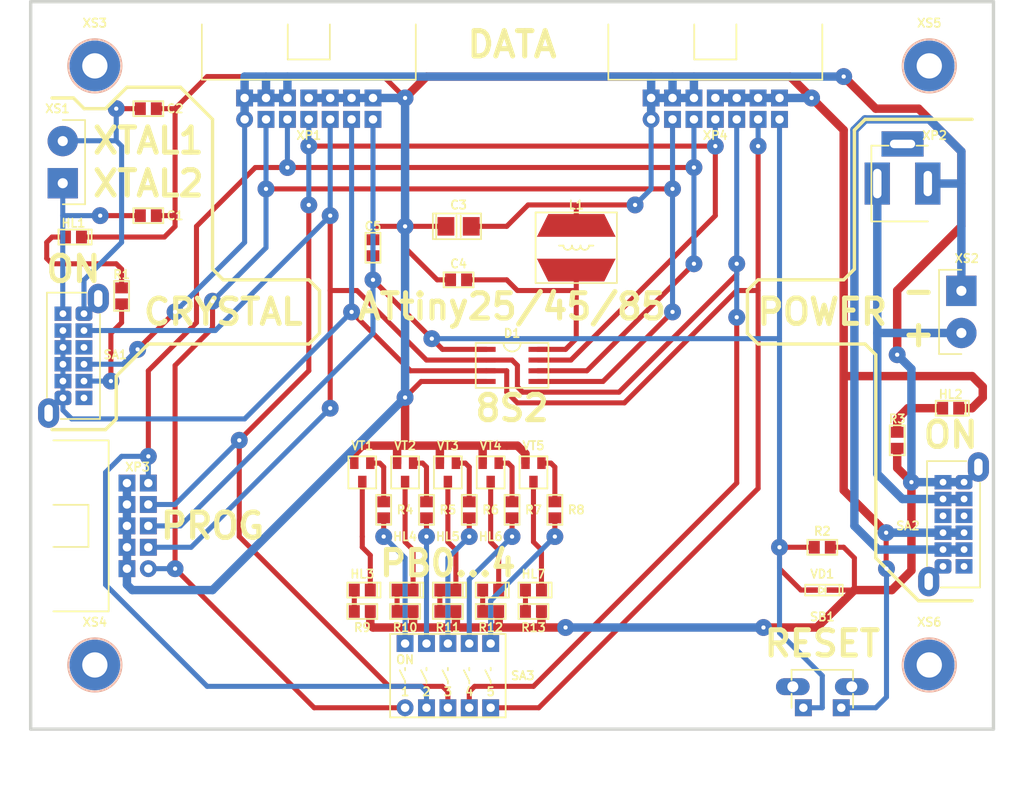
<source format=kicad_pcb>
(kicad_pcb (version 20171130) (host pcbnew 5.0.2-bee76a0~70~ubuntu18.04.1)

  (general
    (thickness 1.5)
    (drawings 48)
    (tracks 375)
    (zones 0)
    (modules 47)
    (nets 48)
  )

  (page A4)
  (title_block
    (title main_board_8S2)
    (date 2019-05-15)
    (rev 1)
    (company "Igor Vladimirovich Ivanov")
    (comment 1 https://github.com/Adept666)
  )

  (layers
    (0 F.Cu signal)
    (31 B.Cu signal)
    (36 B.SilkS user)
    (37 F.SilkS user)
    (38 B.Mask user)
    (39 F.Mask user)
    (40 Dwgs.User user)
    (41 Cmts.User user)
    (42 Eco1.User user)
    (43 Eco2.User user)
    (44 Edge.Cuts user)
    (45 Margin user)
    (46 B.CrtYd user)
    (47 F.CrtYd user)
    (48 B.Fab user)
    (49 F.Fab user)
  )

  (setup
    (last_trace_width 0.6)
    (trace_clearance 0)
    (zone_clearance 0.508)
    (zone_45_only no)
    (trace_min 0.2)
    (segment_width 0.4)
    (edge_width 0.2)
    (via_size 3)
    (via_drill 1)
    (via_min_size 0.4)
    (via_min_drill 0.3)
    (uvia_size 0.3)
    (uvia_drill 0.1)
    (uvias_allowed no)
    (uvia_min_size 0)
    (uvia_min_drill 0)
    (pcb_text_width 0.3)
    (pcb_text_size 1.5 1.5)
    (mod_edge_width 0.15)
    (mod_text_size 1 1)
    (mod_text_width 0.15)
    (pad_size 1.524 1.524)
    (pad_drill 0.762)
    (pad_to_mask_clearance 0.2)
    (solder_mask_min_width 0.25)
    (aux_axis_origin 0 0)
    (visible_elements 7FFFFFFF)
    (pcbplotparams
      (layerselection 0x00030_80000001)
      (usegerberextensions false)
      (usegerberattributes false)
      (usegerberadvancedattributes false)
      (creategerberjobfile false)
      (excludeedgelayer true)
      (linewidth 0.100000)
      (plotframeref false)
      (viasonmask false)
      (mode 1)
      (useauxorigin false)
      (hpglpennumber 1)
      (hpglpenspeed 20)
      (hpglpendiameter 15.000000)
      (psnegative false)
      (psa4output false)
      (plotreference true)
      (plotvalue true)
      (plotinvisibletext false)
      (padsonsilk false)
      (subtractmaskfromsilk false)
      (outputformat 1)
      (mirror false)
      (drillshape 0)
      (scaleselection 1)
      (outputdirectory ""))
  )

  (net 0 "")
  (net 1 "Net-(C1-Pad1)")
  (net 2 "Net-(C2-Pad1)")
  (net 3 V)
  (net 4 /VCC)
  (net 5 /PB5)
  (net 6 /PB3)
  (net 7 /PB4)
  (net 8 /PB0)
  (net 9 /PB1)
  (net 10 /PB2)
  (net 11 "Net-(HL1-PadA)")
  (net 12 "Net-(HL2-PadA)")
  (net 13 "Net-(HL3-PadA)")
  (net 14 "Net-(HL3-PadC)")
  (net 15 "Net-(HL4-PadA)")
  (net 16 "Net-(HL4-PadC)")
  (net 17 "Net-(HL5-PadA)")
  (net 18 "Net-(HL5-PadC)")
  (net 19 "Net-(HL6-PadA)")
  (net 20 "Net-(HL6-PadC)")
  (net 21 "Net-(HL7-PadA)")
  (net 22 "Net-(HL7-PadC)")
  (net 23 "Net-(R1-Pad1)")
  (net 24 "Net-(R4-Pad1)")
  (net 25 "Net-(R4-Pad2)")
  (net 26 "Net-(R5-Pad1)")
  (net 27 "Net-(R5-Pad2)")
  (net 28 "Net-(R6-Pad1)")
  (net 29 "Net-(R6-Pad2)")
  (net 30 "Net-(R7-Pad1)")
  (net 31 "Net-(R7-Pad2)")
  (net 32 "Net-(R8-Pad1)")
  (net 33 "Net-(R8-Pad2)")
  (net 34 "Net-(SA1-Pad3)")
  (net 35 "Net-(SA1-Pad6)")
  (net 36 "Net-(SA2-Pad1)")
  (net 37 "Net-(SA2-Pad2)")
  (net 38 "Net-(SA2-Pad4)")
  (net 39 "Net-(SA2-Pad11)")
  (net 40 "Net-(SA2-Pad7)")
  (net 41 "Net-(SA2-Pad10)")
  (net 42 "Net-(XP2-Pad3)")
  (net 43 "Net-(XS3-Pad0)")
  (net 44 "Net-(XS4-Pad0)")
  (net 45 "Net-(XS5-Pad0)")
  (net 46 "Net-(XS6-Pad0)")
  (net 47 COM)

  (net_class Default "This is the default net class."
    (clearance 0)
    (trace_width 0.6)
    (via_dia 3)
    (via_drill 1)
    (uvia_dia 0.3)
    (uvia_drill 0.1)
    (add_net /PB0)
    (add_net /PB1)
    (add_net /PB2)
    (add_net /PB3)
    (add_net /PB4)
    (add_net /PB5)
    (add_net /VCC)
    (add_net COM)
    (add_net "Net-(C1-Pad1)")
    (add_net "Net-(C2-Pad1)")
    (add_net "Net-(HL1-PadA)")
    (add_net "Net-(HL2-PadA)")
    (add_net "Net-(HL3-PadA)")
    (add_net "Net-(HL3-PadC)")
    (add_net "Net-(HL4-PadA)")
    (add_net "Net-(HL4-PadC)")
    (add_net "Net-(HL5-PadA)")
    (add_net "Net-(HL5-PadC)")
    (add_net "Net-(HL6-PadA)")
    (add_net "Net-(HL6-PadC)")
    (add_net "Net-(HL7-PadA)")
    (add_net "Net-(HL7-PadC)")
    (add_net "Net-(R1-Pad1)")
    (add_net "Net-(R4-Pad1)")
    (add_net "Net-(R4-Pad2)")
    (add_net "Net-(R5-Pad1)")
    (add_net "Net-(R5-Pad2)")
    (add_net "Net-(R6-Pad1)")
    (add_net "Net-(R6-Pad2)")
    (add_net "Net-(R7-Pad1)")
    (add_net "Net-(R7-Pad2)")
    (add_net "Net-(R8-Pad1)")
    (add_net "Net-(R8-Pad2)")
    (add_net "Net-(SA1-Pad3)")
    (add_net "Net-(SA1-Pad6)")
    (add_net "Net-(SA2-Pad1)")
    (add_net "Net-(SA2-Pad10)")
    (add_net "Net-(SA2-Pad11)")
    (add_net "Net-(SA2-Pad2)")
    (add_net "Net-(SA2-Pad4)")
    (add_net "Net-(SA2-Pad7)")
    (add_net "Net-(XP2-Pad3)")
    (add_net "Net-(XS3-Pad0)")
    (add_net "Net-(XS4-Pad0)")
    (add_net "Net-(XS5-Pad0)")
    (add_net "Net-(XS6-Pad0)")
    (add_net V)
  )

  (module KCL:P-SO-08A (layer F.Cu) (tedit 5BD7A3B0) (tstamp 5CDBF077)
    (at 148.59 104.14)
    (path /5B6FE9DE)
    (attr smd)
    (fp_text reference D1 (at 0 -3.81) (layer F.SilkS)
      (effects (font (size 1 1) (thickness 0.2)))
    )
    (fp_text value ATtiny25-20SU (at 10.16 0) (layer F.Fab) hide
      (effects (font (size 1 1) (thickness 0.2)))
    )
    (fp_line (start -4.318 -2.667) (end 4.318 -2.667) (layer F.CrtYd) (width 0.1))
    (fp_line (start -4.318 2.667) (end 4.318 2.667) (layer F.CrtYd) (width 0.1))
    (fp_line (start -4.318 -2.667) (end -4.318 2.667) (layer F.CrtYd) (width 0.1))
    (fp_line (start 4.318 -2.667) (end 4.318 2.667) (layer F.CrtYd) (width 0.1))
    (fp_line (start -2.645 -2.62) (end 2.645 -2.62) (layer F.Fab) (width 0.2))
    (fp_line (start -2.645 2.62) (end 2.645 2.62) (layer F.Fab) (width 0.2))
    (fp_line (start -2.645 -2.62) (end -2.645 2.62) (layer F.Fab) (width 0.2))
    (fp_line (start 2.645 -2.62) (end 2.645 2.62) (layer F.Fab) (width 0.2))
    (fp_arc (start 0 -2.62) (end 1.016 -2.62) (angle 180) (layer F.Fab) (width 0.2))
    (fp_arc (start 0 -2.667) (end 1.016 -2.667) (angle 180) (layer F.SilkS) (width 0.2))
    (fp_line (start -4.318 -2.667) (end -4.318 2.667) (layer F.SilkS) (width 0.2))
    (fp_line (start 4.318 2.667) (end -4.318 2.667) (layer F.SilkS) (width 0.2))
    (fp_line (start 4.318 -2.667) (end 4.318 2.667) (layer F.SilkS) (width 0.2))
    (fp_line (start -4.318 -2.667) (end 4.318 -2.667) (layer F.SilkS) (width 0.2))
    (pad 8 smd rect (at 3.05 -1.905) (size 2.2 0.6) (layers F.Cu F.Mask)
      (net 4 /VCC))
    (pad 7 smd rect (at 3.05 -0.635) (size 2.2 0.6) (layers F.Cu F.Mask)
      (net 10 /PB2))
    (pad 6 smd rect (at 3.05 0.635) (size 2.2 0.6) (layers F.Cu F.Mask)
      (net 9 /PB1))
    (pad 5 smd rect (at 3.05 1.905) (size 2.2 0.6) (layers F.Cu F.Mask)
      (net 8 /PB0))
    (pad 4 smd rect (at -3.05 1.905) (size 2.2 0.6) (layers F.Cu F.Mask)
      (net 47 COM))
    (pad 3 smd rect (at -3.05 0.635) (size 2.2 0.6) (layers F.Cu F.Mask)
      (net 7 /PB4))
    (pad 2 smd rect (at -3.05 -0.635) (size 2.2 0.6) (layers F.Cu F.Mask)
      (net 6 /PB3))
    (pad 1 smd rect (at -3.05 -1.905) (size 2.2 0.6) (layers F.Cu F.Mask)
      (net 5 /PB5))
  )

  (module KCL:CP-SMD-3528 (layer F.Cu) (tedit 5BD79DA3) (tstamp 5AD7C212)
    (at 142.24 87.63 180)
    (path /5AD55C79)
    (attr smd)
    (fp_text reference C3 (at 0 2.54 180) (layer F.SilkS)
      (effects (font (size 1 1) (thickness 0.2)))
    )
    (fp_text value CAPACITOR_POLARIZED (at 0 5.08 180) (layer F.Fab) hide
      (effects (font (size 1 1) (thickness 0.2)))
    )
    (fp_line (start -2.667 -1.524) (end 3.048 -1.524) (layer F.CrtYd) (width 0.1))
    (fp_line (start -2.667 1.524) (end 3.048 1.524) (layer F.CrtYd) (width 0.1))
    (fp_line (start -2.667 -1.524) (end -2.667 1.524) (layer F.CrtYd) (width 0.1))
    (fp_line (start 3.048 -1.524) (end 3.048 1.524) (layer F.CrtYd) (width 0.1))
    (fp_line (start -1.75 -1.4) (end 1.75 -1.4) (layer F.Fab) (width 0.2))
    (fp_line (start -1.75 1.4) (end 1.75 1.4) (layer F.Fab) (width 0.2))
    (fp_line (start -1.75 -1.4) (end -1.75 1.4) (layer F.Fab) (width 0.2))
    (fp_line (start 1.75 -1.4) (end 1.75 1.4) (layer F.Fab) (width 0.2))
    (fp_line (start -1.35 -1.4) (end -1.35 1.4) (layer F.Fab) (width 0.2))
    (fp_line (start 2.667 -1.524) (end 2.667 1.524) (layer F.SilkS) (width 0.2))
    (fp_line (start -2.667 -1.524) (end -2.667 1.524) (layer F.SilkS) (width 0.2))
    (fp_line (start -0.254 -1.27) (end -0.254 1.27) (layer F.SilkS) (width 0.2))
    (fp_line (start 0.254 -1.27) (end 0.254 1.27) (layer F.SilkS) (width 0.2))
    (fp_line (start 3.048 -1.524) (end 3.048 1.524) (layer F.SilkS) (width 0.2))
    (fp_line (start -2.667 -1.524) (end 3.048 -1.524) (layer F.SilkS) (width 0.2))
    (fp_line (start -2.667 1.524) (end 3.048 1.524) (layer F.SilkS) (width 0.2))
    (pad - smd rect (at 1.5 0 180) (size 2 2.2) (layers F.Cu F.Mask)
      (net 47 COM))
    (pad + smd rect (at -1.5 0 180) (size 2 2.2) (layers F.Cu F.Mask)
      (net 3 V))
  )

  (module KCL:L-SDR0805 (layer F.Cu) (tedit 5BD7A25F) (tstamp 5CDBF4F1)
    (at 156.21 90.17 270)
    (path /5AD56887)
    (attr smd)
    (fp_text reference L1 (at -5.08 0) (layer F.SilkS)
      (effects (font (size 1 1) (thickness 0.2)))
    )
    (fp_text value INDUCTOR_FMC (at 0 -11.43) (layer F.Fab) hide
      (effects (font (size 1 1) (thickness 0.2)))
    )
    (fp_arc (start -0.254 0) (end -0.254 -0.508) (angle 180) (layer F.SilkS) (width 0.2))
    (fp_arc (start -0.254 -1.016) (end -0.254 -1.524) (angle 180) (layer F.SilkS) (width 0.2))
    (fp_arc (start -0.254 1.016) (end -0.254 0.508) (angle 180) (layer F.SilkS) (width 0.2))
    (fp_line (start -0.254 -1.524) (end -0.254 -2.032) (layer F.SilkS) (width 0.2))
    (fp_line (start -0.254 1.524) (end -0.254 2.032) (layer F.SilkS) (width 0.2))
    (fp_line (start -4.191 -4.826) (end -4.191 4.826) (layer F.SilkS) (width 0.2))
    (fp_line (start 4.191 -4.826) (end 4.191 4.826) (layer F.SilkS) (width 0.2))
    (fp_line (start -4.191 -4.826) (end 4.191 -4.826) (layer F.SilkS) (width 0.2))
    (fp_line (start -4.191 4.826) (end 4.191 4.826) (layer F.SilkS) (width 0.2))
    (fp_circle (center 0 0) (end 3.9 0) (layer F.Fab) (width 0.2))
    (fp_line (start -4.191 4.826) (end -4.191 -4.826) (layer F.CrtYd) (width 0.1))
    (fp_line (start 4.191 4.826) (end -4.191 4.826) (layer F.CrtYd) (width 0.1))
    (fp_line (start 4.191 -4.826) (end 4.191 4.826) (layer F.CrtYd) (width 0.1))
    (fp_line (start -4.191 -4.826) (end 4.191 -4.826) (layer F.CrtYd) (width 0.1))
    (pad 1 smd trapezoid (at -2.65 0 270) (size 2.7 8) (rect_delta -1.35 0 ) (layers F.Cu F.Mask)
      (net 3 V))
    (pad 2 smd trapezoid (at 2.65 0 270) (size 2.7 8) (rect_delta 1.35 0 ) (layers F.Cu F.Mask)
      (net 4 /VCC))
  )

  (module KCL:P-SOT-23 (layer F.Cu) (tedit 5BD7A52B) (tstamp 5AD7C420)
    (at 151.13 116.84 180)
    (path /5AD91FA1)
    (attr smd)
    (fp_text reference VT5 (at 0 3.175 180) (layer F.SilkS)
      (effects (font (size 1 1) (thickness 0.2)))
    )
    (fp_text value BJT_NPN_GENERAL (at 29.21 -2.54 180) (layer F.Fab) hide
      (effects (font (size 1 1) (thickness 0.2)))
    )
    (fp_line (start -1.651 1.905) (end 1.651 1.905) (layer F.SilkS) (width 0.2))
    (fp_line (start -1.651 1.905) (end -1.651 -1.905) (layer F.SilkS) (width 0.2))
    (fp_line (start 1.651 -1.905) (end -1.651 -1.905) (layer F.SilkS) (width 0.2))
    (fp_line (start 1.651 -1.905) (end 1.651 1.905) (layer F.SilkS) (width 0.2))
    (fp_line (start -1.45 -0.65) (end -1.45 0.65) (layer F.Fab) (width 0.2))
    (fp_line (start -1.45 0.65) (end 1.45 0.65) (layer F.Fab) (width 0.2))
    (fp_line (start 1.45 -0.65) (end 1.45 0.65) (layer F.Fab) (width 0.2))
    (fp_line (start -1.45 -0.65) (end 1.45 -0.65) (layer F.Fab) (width 0.2))
    (fp_line (start -1.651 1.905) (end -1.651 -1.905) (layer F.CrtYd) (width 0.1))
    (fp_line (start 1.651 1.905) (end -1.651 1.905) (layer F.CrtYd) (width 0.1))
    (fp_line (start 1.651 -1.905) (end 1.651 1.905) (layer F.CrtYd) (width 0.1))
    (fp_line (start -1.651 -1.905) (end 1.651 -1.905) (layer F.CrtYd) (width 0.1))
    (pad B smd rect (at -0.95 1.1 180) (size 1 1.4) (layers F.Cu F.Mask)
      (net 33 "Net-(R8-Pad2)"))
    (pad E smd rect (at 0.95 1.1 180) (size 1 1.4) (layers F.Cu F.Mask)
      (net 47 COM))
    (pad C smd rect (at 0 -1.1 180) (size 1 1.4) (layers F.Cu F.Mask)
      (net 22 "Net-(HL7-PadC)"))
  )

  (module KCL:P-SOT-23 (layer F.Cu) (tedit 5BD7A52B) (tstamp 5AD7C415)
    (at 146.05 116.84 180)
    (path /5AD91802)
    (attr smd)
    (fp_text reference VT4 (at 0 3.175 180) (layer F.SilkS)
      (effects (font (size 1 1) (thickness 0.2)))
    )
    (fp_text value BJT_NPN_GENERAL (at 24.13 -1.27 180) (layer F.Fab) hide
      (effects (font (size 1 1) (thickness 0.2)))
    )
    (fp_line (start -1.651 1.905) (end 1.651 1.905) (layer F.SilkS) (width 0.2))
    (fp_line (start -1.651 1.905) (end -1.651 -1.905) (layer F.SilkS) (width 0.2))
    (fp_line (start 1.651 -1.905) (end -1.651 -1.905) (layer F.SilkS) (width 0.2))
    (fp_line (start 1.651 -1.905) (end 1.651 1.905) (layer F.SilkS) (width 0.2))
    (fp_line (start -1.45 -0.65) (end -1.45 0.65) (layer F.Fab) (width 0.2))
    (fp_line (start -1.45 0.65) (end 1.45 0.65) (layer F.Fab) (width 0.2))
    (fp_line (start 1.45 -0.65) (end 1.45 0.65) (layer F.Fab) (width 0.2))
    (fp_line (start -1.45 -0.65) (end 1.45 -0.65) (layer F.Fab) (width 0.2))
    (fp_line (start -1.651 1.905) (end -1.651 -1.905) (layer F.CrtYd) (width 0.1))
    (fp_line (start 1.651 1.905) (end -1.651 1.905) (layer F.CrtYd) (width 0.1))
    (fp_line (start 1.651 -1.905) (end 1.651 1.905) (layer F.CrtYd) (width 0.1))
    (fp_line (start -1.651 -1.905) (end 1.651 -1.905) (layer F.CrtYd) (width 0.1))
    (pad B smd rect (at -0.95 1.1 180) (size 1 1.4) (layers F.Cu F.Mask)
      (net 31 "Net-(R7-Pad2)"))
    (pad E smd rect (at 0.95 1.1 180) (size 1 1.4) (layers F.Cu F.Mask)
      (net 47 COM))
    (pad C smd rect (at 0 -1.1 180) (size 1 1.4) (layers F.Cu F.Mask)
      (net 20 "Net-(HL6-PadC)"))
  )

  (module KCL:P-SOT-23 (layer F.Cu) (tedit 5BD7A52B) (tstamp 5AD7C40A)
    (at 140.97 116.84 180)
    (path /5AD9169B)
    (attr smd)
    (fp_text reference VT3 (at 0 3.175 180) (layer F.SilkS)
      (effects (font (size 1 1) (thickness 0.2)))
    )
    (fp_text value BJT_NPN_GENERAL (at 19.05 0 180) (layer F.Fab) hide
      (effects (font (size 1 1) (thickness 0.2)))
    )
    (fp_line (start -1.651 1.905) (end 1.651 1.905) (layer F.SilkS) (width 0.2))
    (fp_line (start -1.651 1.905) (end -1.651 -1.905) (layer F.SilkS) (width 0.2))
    (fp_line (start 1.651 -1.905) (end -1.651 -1.905) (layer F.SilkS) (width 0.2))
    (fp_line (start 1.651 -1.905) (end 1.651 1.905) (layer F.SilkS) (width 0.2))
    (fp_line (start -1.45 -0.65) (end -1.45 0.65) (layer F.Fab) (width 0.2))
    (fp_line (start -1.45 0.65) (end 1.45 0.65) (layer F.Fab) (width 0.2))
    (fp_line (start 1.45 -0.65) (end 1.45 0.65) (layer F.Fab) (width 0.2))
    (fp_line (start -1.45 -0.65) (end 1.45 -0.65) (layer F.Fab) (width 0.2))
    (fp_line (start -1.651 1.905) (end -1.651 -1.905) (layer F.CrtYd) (width 0.1))
    (fp_line (start 1.651 1.905) (end -1.651 1.905) (layer F.CrtYd) (width 0.1))
    (fp_line (start 1.651 -1.905) (end 1.651 1.905) (layer F.CrtYd) (width 0.1))
    (fp_line (start -1.651 -1.905) (end 1.651 -1.905) (layer F.CrtYd) (width 0.1))
    (pad B smd rect (at -0.95 1.1 180) (size 1 1.4) (layers F.Cu F.Mask)
      (net 29 "Net-(R6-Pad2)"))
    (pad E smd rect (at 0.95 1.1 180) (size 1 1.4) (layers F.Cu F.Mask)
      (net 47 COM))
    (pad C smd rect (at 0 -1.1 180) (size 1 1.4) (layers F.Cu F.Mask)
      (net 18 "Net-(HL5-PadC)"))
  )

  (module KCL:P-SOT-23 (layer F.Cu) (tedit 5BD7A52B) (tstamp 5AD7C3FF)
    (at 135.89 116.84 180)
    (path /5AD91306)
    (attr smd)
    (fp_text reference VT2 (at 0 3.175 180) (layer F.SilkS)
      (effects (font (size 1 1) (thickness 0.2)))
    )
    (fp_text value BJT_NPN_GENERAL (at 13.97 1.27 180) (layer F.Fab) hide
      (effects (font (size 1 1) (thickness 0.2)))
    )
    (fp_line (start -1.651 1.905) (end 1.651 1.905) (layer F.SilkS) (width 0.2))
    (fp_line (start -1.651 1.905) (end -1.651 -1.905) (layer F.SilkS) (width 0.2))
    (fp_line (start 1.651 -1.905) (end -1.651 -1.905) (layer F.SilkS) (width 0.2))
    (fp_line (start 1.651 -1.905) (end 1.651 1.905) (layer F.SilkS) (width 0.2))
    (fp_line (start -1.45 -0.65) (end -1.45 0.65) (layer F.Fab) (width 0.2))
    (fp_line (start -1.45 0.65) (end 1.45 0.65) (layer F.Fab) (width 0.2))
    (fp_line (start 1.45 -0.65) (end 1.45 0.65) (layer F.Fab) (width 0.2))
    (fp_line (start -1.45 -0.65) (end 1.45 -0.65) (layer F.Fab) (width 0.2))
    (fp_line (start -1.651 1.905) (end -1.651 -1.905) (layer F.CrtYd) (width 0.1))
    (fp_line (start 1.651 1.905) (end -1.651 1.905) (layer F.CrtYd) (width 0.1))
    (fp_line (start 1.651 -1.905) (end 1.651 1.905) (layer F.CrtYd) (width 0.1))
    (fp_line (start -1.651 -1.905) (end 1.651 -1.905) (layer F.CrtYd) (width 0.1))
    (pad B smd rect (at -0.95 1.1 180) (size 1 1.4) (layers F.Cu F.Mask)
      (net 27 "Net-(R5-Pad2)"))
    (pad E smd rect (at 0.95 1.1 180) (size 1 1.4) (layers F.Cu F.Mask)
      (net 47 COM))
    (pad C smd rect (at 0 -1.1 180) (size 1 1.4) (layers F.Cu F.Mask)
      (net 16 "Net-(HL4-PadC)"))
  )

  (module KCL:P-SOT-23 (layer F.Cu) (tedit 5BD7A52B) (tstamp 5AD7C3F4)
    (at 130.81 116.84 180)
    (path /5AD57231)
    (attr smd)
    (fp_text reference VT1 (at 0 3.175 180) (layer F.SilkS)
      (effects (font (size 1 1) (thickness 0.2)))
    )
    (fp_text value BJT_NPN_GENERAL (at 8.89 2.54 180) (layer F.Fab) hide
      (effects (font (size 1 1) (thickness 0.2)))
    )
    (fp_line (start -1.651 1.905) (end 1.651 1.905) (layer F.SilkS) (width 0.2))
    (fp_line (start -1.651 1.905) (end -1.651 -1.905) (layer F.SilkS) (width 0.2))
    (fp_line (start 1.651 -1.905) (end -1.651 -1.905) (layer F.SilkS) (width 0.2))
    (fp_line (start 1.651 -1.905) (end 1.651 1.905) (layer F.SilkS) (width 0.2))
    (fp_line (start -1.45 -0.65) (end -1.45 0.65) (layer F.Fab) (width 0.2))
    (fp_line (start -1.45 0.65) (end 1.45 0.65) (layer F.Fab) (width 0.2))
    (fp_line (start 1.45 -0.65) (end 1.45 0.65) (layer F.Fab) (width 0.2))
    (fp_line (start -1.45 -0.65) (end 1.45 -0.65) (layer F.Fab) (width 0.2))
    (fp_line (start -1.651 1.905) (end -1.651 -1.905) (layer F.CrtYd) (width 0.1))
    (fp_line (start 1.651 1.905) (end -1.651 1.905) (layer F.CrtYd) (width 0.1))
    (fp_line (start 1.651 -1.905) (end 1.651 1.905) (layer F.CrtYd) (width 0.1))
    (fp_line (start -1.651 -1.905) (end 1.651 -1.905) (layer F.CrtYd) (width 0.1))
    (pad B smd rect (at -0.95 1.1 180) (size 1 1.4) (layers F.Cu F.Mask)
      (net 25 "Net-(R4-Pad2)"))
    (pad E smd rect (at 0.95 1.1 180) (size 1 1.4) (layers F.Cu F.Mask)
      (net 47 COM))
    (pad C smd rect (at 0 -1.1 180) (size 1 1.4) (layers F.Cu F.Mask)
      (net 14 "Net-(HL3-PadC)"))
  )

  (module KCL:LED-SMD-0805 (layer F.Cu) (tedit 5BD75232) (tstamp 5BDAAC8A)
    (at 200.66 109.22)
    (path /5AD552DC)
    (attr smd)
    (fp_text reference HL2 (at 0 -1.651) (layer F.SilkS)
      (effects (font (size 1 1) (thickness 0.2)))
    )
    (fp_text value DIODE_LIGHT-EMITTING_LEFT (at 16.51 0) (layer F.Fab) hide
      (effects (font (size 1 1) (thickness 0.2)))
    )
    (fp_line (start 2.159 -0.889) (end 2.159 0.889) (layer F.CrtYd) (width 0.1))
    (fp_line (start -1.778 -0.889) (end -1.778 0.889) (layer F.CrtYd) (width 0.1))
    (fp_line (start -1.778 0.889) (end 2.159 0.889) (layer F.CrtYd) (width 0.1))
    (fp_line (start -1.778 -0.889) (end 2.159 -0.889) (layer F.CrtYd) (width 0.1))
    (fp_line (start -1 -0.625) (end -1 0.625) (layer F.Fab) (width 0.2))
    (fp_line (start -1 0.625) (end 1 0.625) (layer F.Fab) (width 0.2))
    (fp_line (start 1 -0.625) (end 1 0.625) (layer F.Fab) (width 0.2))
    (fp_line (start -1 -0.625) (end 1 -0.625) (layer F.Fab) (width 0.2))
    (fp_line (start -1.778 0.889) (end -1.778 -0.889) (layer F.SilkS) (width 0.2))
    (fp_line (start 1.778 -0.889) (end 1.778 0.889) (layer F.SilkS) (width 0.2))
    (fp_line (start 2.159 -0.889) (end 2.159 0.889) (layer F.SilkS) (width 0.2))
    (fp_line (start -1.778 -0.889) (end 2.159 -0.889) (layer F.SilkS) (width 0.2))
    (fp_line (start -1.778 0.889) (end 2.159 0.889) (layer F.SilkS) (width 0.2))
    (pad C smd rect (at 0.95 0) (size 1.3 1.5) (layers F.Cu F.Mask)
      (net 47 COM))
    (pad A smd rect (at -0.95 0) (size 1.3 1.5) (layers F.Cu F.Mask)
      (net 12 "Net-(HL2-PadA)"))
  )

  (module KCL:LED-SMD-0805 (layer F.Cu) (tedit 5BD75232) (tstamp 5BDAAC78)
    (at 96.52 88.9)
    (path /5AD7BE44)
    (attr smd)
    (fp_text reference HL1 (at 0 -1.651) (layer F.SilkS)
      (effects (font (size 1 1) (thickness 0.2)))
    )
    (fp_text value DIODE_LIGHT-EMITTING_LEFT (at -16.51 0) (layer F.Fab) hide
      (effects (font (size 1 1) (thickness 0.2)))
    )
    (fp_line (start 2.159 -0.889) (end 2.159 0.889) (layer F.CrtYd) (width 0.1))
    (fp_line (start -1.778 -0.889) (end -1.778 0.889) (layer F.CrtYd) (width 0.1))
    (fp_line (start -1.778 0.889) (end 2.159 0.889) (layer F.CrtYd) (width 0.1))
    (fp_line (start -1.778 -0.889) (end 2.159 -0.889) (layer F.CrtYd) (width 0.1))
    (fp_line (start -1 -0.625) (end -1 0.625) (layer F.Fab) (width 0.2))
    (fp_line (start -1 0.625) (end 1 0.625) (layer F.Fab) (width 0.2))
    (fp_line (start 1 -0.625) (end 1 0.625) (layer F.Fab) (width 0.2))
    (fp_line (start -1 -0.625) (end 1 -0.625) (layer F.Fab) (width 0.2))
    (fp_line (start -1.778 0.889) (end -1.778 -0.889) (layer F.SilkS) (width 0.2))
    (fp_line (start 1.778 -0.889) (end 1.778 0.889) (layer F.SilkS) (width 0.2))
    (fp_line (start 2.159 -0.889) (end 2.159 0.889) (layer F.SilkS) (width 0.2))
    (fp_line (start -1.778 -0.889) (end 2.159 -0.889) (layer F.SilkS) (width 0.2))
    (fp_line (start -1.778 0.889) (end 2.159 0.889) (layer F.SilkS) (width 0.2))
    (pad C smd rect (at 0.95 0) (size 1.3 1.5) (layers F.Cu F.Mask)
      (net 47 COM))
    (pad A smd rect (at -0.95 0) (size 1.3 1.5) (layers F.Cu F.Mask)
      (net 11 "Net-(HL1-PadA)"))
  )

  (module KCL:LED-SMD-0805 (layer F.Cu) (tedit 5BD75232) (tstamp 5B773AF1)
    (at 130.81 130.81)
    (path /5AD57951)
    (attr smd)
    (fp_text reference HL3 (at 0 -1.905) (layer F.SilkS)
      (effects (font (size 1 1) (thickness 0.2)))
    )
    (fp_text value DIODE_LIGHT-EMITTING_LEFT (at -13.97 0) (layer F.Fab) hide
      (effects (font (size 1 1) (thickness 0.2)))
    )
    (fp_line (start 2.159 -0.889) (end 2.159 0.889) (layer F.CrtYd) (width 0.1))
    (fp_line (start -1.778 -0.889) (end -1.778 0.889) (layer F.CrtYd) (width 0.1))
    (fp_line (start -1.778 0.889) (end 2.159 0.889) (layer F.CrtYd) (width 0.1))
    (fp_line (start -1.778 -0.889) (end 2.159 -0.889) (layer F.CrtYd) (width 0.1))
    (fp_line (start -1 -0.625) (end -1 0.625) (layer F.Fab) (width 0.2))
    (fp_line (start -1 0.625) (end 1 0.625) (layer F.Fab) (width 0.2))
    (fp_line (start 1 -0.625) (end 1 0.625) (layer F.Fab) (width 0.2))
    (fp_line (start -1 -0.625) (end 1 -0.625) (layer F.Fab) (width 0.2))
    (fp_line (start -1.778 0.889) (end -1.778 -0.889) (layer F.SilkS) (width 0.2))
    (fp_line (start 1.778 -0.889) (end 1.778 0.889) (layer F.SilkS) (width 0.2))
    (fp_line (start 2.159 -0.889) (end 2.159 0.889) (layer F.SilkS) (width 0.2))
    (fp_line (start -1.778 -0.889) (end 2.159 -0.889) (layer F.SilkS) (width 0.2))
    (fp_line (start -1.778 0.889) (end 2.159 0.889) (layer F.SilkS) (width 0.2))
    (pad C smd rect (at 0.95 0) (size 1.3 1.5) (layers F.Cu F.Mask)
      (net 14 "Net-(HL3-PadC)"))
    (pad A smd rect (at -0.95 0) (size 1.3 1.5) (layers F.Cu F.Mask)
      (net 13 "Net-(HL3-PadA)"))
  )

  (module KCL:LED-SMD-0805 (layer F.Cu) (tedit 5BD75232) (tstamp 5B7730B6)
    (at 135.89 130.81)
    (path /5AD6B3A6)
    (attr smd)
    (fp_text reference HL4 (at 0 -6.35) (layer F.SilkS)
      (effects (font (size 1 1) (thickness 0.2)))
    )
    (fp_text value DIODE_LIGHT-EMITTING_LEFT (at -19.05 1.27) (layer F.Fab) hide
      (effects (font (size 1 1) (thickness 0.2)))
    )
    (fp_line (start 2.159 -0.889) (end 2.159 0.889) (layer F.CrtYd) (width 0.1))
    (fp_line (start -1.778 -0.889) (end -1.778 0.889) (layer F.CrtYd) (width 0.1))
    (fp_line (start -1.778 0.889) (end 2.159 0.889) (layer F.CrtYd) (width 0.1))
    (fp_line (start -1.778 -0.889) (end 2.159 -0.889) (layer F.CrtYd) (width 0.1))
    (fp_line (start -1 -0.625) (end -1 0.625) (layer F.Fab) (width 0.2))
    (fp_line (start -1 0.625) (end 1 0.625) (layer F.Fab) (width 0.2))
    (fp_line (start 1 -0.625) (end 1 0.625) (layer F.Fab) (width 0.2))
    (fp_line (start -1 -0.625) (end 1 -0.625) (layer F.Fab) (width 0.2))
    (fp_line (start -1.778 0.889) (end -1.778 -0.889) (layer F.SilkS) (width 0.2))
    (fp_line (start 1.778 -0.889) (end 1.778 0.889) (layer F.SilkS) (width 0.2))
    (fp_line (start 2.159 -0.889) (end 2.159 0.889) (layer F.SilkS) (width 0.2))
    (fp_line (start -1.778 -0.889) (end 2.159 -0.889) (layer F.SilkS) (width 0.2))
    (fp_line (start -1.778 0.889) (end 2.159 0.889) (layer F.SilkS) (width 0.2))
    (pad C smd rect (at 0.95 0) (size 1.3 1.5) (layers F.Cu F.Mask)
      (net 16 "Net-(HL4-PadC)"))
    (pad A smd rect (at -0.95 0) (size 1.3 1.5) (layers F.Cu F.Mask)
      (net 15 "Net-(HL4-PadA)"))
  )

  (module KCL:LED-SMD-0805 (layer F.Cu) (tedit 5BD75232) (tstamp 5B7730A4)
    (at 140.97 130.81)
    (path /5AD6B454)
    (attr smd)
    (fp_text reference HL5 (at 0 -6.35) (layer F.SilkS)
      (effects (font (size 1 1) (thickness 0.2)))
    )
    (fp_text value DIODE_LIGHT-EMITTING_LEFT (at -24.13 2.54) (layer F.Fab) hide
      (effects (font (size 1 1) (thickness 0.2)))
    )
    (fp_line (start 2.159 -0.889) (end 2.159 0.889) (layer F.CrtYd) (width 0.1))
    (fp_line (start -1.778 -0.889) (end -1.778 0.889) (layer F.CrtYd) (width 0.1))
    (fp_line (start -1.778 0.889) (end 2.159 0.889) (layer F.CrtYd) (width 0.1))
    (fp_line (start -1.778 -0.889) (end 2.159 -0.889) (layer F.CrtYd) (width 0.1))
    (fp_line (start -1 -0.625) (end -1 0.625) (layer F.Fab) (width 0.2))
    (fp_line (start -1 0.625) (end 1 0.625) (layer F.Fab) (width 0.2))
    (fp_line (start 1 -0.625) (end 1 0.625) (layer F.Fab) (width 0.2))
    (fp_line (start -1 -0.625) (end 1 -0.625) (layer F.Fab) (width 0.2))
    (fp_line (start -1.778 0.889) (end -1.778 -0.889) (layer F.SilkS) (width 0.2))
    (fp_line (start 1.778 -0.889) (end 1.778 0.889) (layer F.SilkS) (width 0.2))
    (fp_line (start 2.159 -0.889) (end 2.159 0.889) (layer F.SilkS) (width 0.2))
    (fp_line (start -1.778 -0.889) (end 2.159 -0.889) (layer F.SilkS) (width 0.2))
    (fp_line (start -1.778 0.889) (end 2.159 0.889) (layer F.SilkS) (width 0.2))
    (pad C smd rect (at 0.95 0) (size 1.3 1.5) (layers F.Cu F.Mask)
      (net 18 "Net-(HL5-PadC)"))
    (pad A smd rect (at -0.95 0) (size 1.3 1.5) (layers F.Cu F.Mask)
      (net 17 "Net-(HL5-PadA)"))
  )

  (module KCL:LED-SMD-0805 (layer F.Cu) (tedit 5BD75232) (tstamp 5B773092)
    (at 146.05 130.81)
    (path /5AD6B503)
    (attr smd)
    (fp_text reference HL6 (at 0 -6.35) (layer F.SilkS)
      (effects (font (size 1 1) (thickness 0.2)))
    )
    (fp_text value DIODE_LIGHT-EMITTING_LEFT (at -29.21 3.81) (layer F.Fab) hide
      (effects (font (size 1 1) (thickness 0.2)))
    )
    (fp_line (start 2.159 -0.889) (end 2.159 0.889) (layer F.CrtYd) (width 0.1))
    (fp_line (start -1.778 -0.889) (end -1.778 0.889) (layer F.CrtYd) (width 0.1))
    (fp_line (start -1.778 0.889) (end 2.159 0.889) (layer F.CrtYd) (width 0.1))
    (fp_line (start -1.778 -0.889) (end 2.159 -0.889) (layer F.CrtYd) (width 0.1))
    (fp_line (start -1 -0.625) (end -1 0.625) (layer F.Fab) (width 0.2))
    (fp_line (start -1 0.625) (end 1 0.625) (layer F.Fab) (width 0.2))
    (fp_line (start 1 -0.625) (end 1 0.625) (layer F.Fab) (width 0.2))
    (fp_line (start -1 -0.625) (end 1 -0.625) (layer F.Fab) (width 0.2))
    (fp_line (start -1.778 0.889) (end -1.778 -0.889) (layer F.SilkS) (width 0.2))
    (fp_line (start 1.778 -0.889) (end 1.778 0.889) (layer F.SilkS) (width 0.2))
    (fp_line (start 2.159 -0.889) (end 2.159 0.889) (layer F.SilkS) (width 0.2))
    (fp_line (start -1.778 -0.889) (end 2.159 -0.889) (layer F.SilkS) (width 0.2))
    (fp_line (start -1.778 0.889) (end 2.159 0.889) (layer F.SilkS) (width 0.2))
    (pad C smd rect (at 0.95 0) (size 1.3 1.5) (layers F.Cu F.Mask)
      (net 20 "Net-(HL6-PadC)"))
    (pad A smd rect (at -0.95 0) (size 1.3 1.5) (layers F.Cu F.Mask)
      (net 19 "Net-(HL6-PadA)"))
  )

  (module KCL:LED-SMD-0805 (layer F.Cu) (tedit 5BD75232) (tstamp 5B773B74)
    (at 151.13 130.81)
    (path /5AD6B6E3)
    (attr smd)
    (fp_text reference HL7 (at 0 -1.905) (layer F.SilkS)
      (effects (font (size 1 1) (thickness 0.2)))
    )
    (fp_text value DIODE_LIGHT-EMITTING_LEFT (at -34.29 5.08) (layer F.Fab) hide
      (effects (font (size 1 1) (thickness 0.2)))
    )
    (fp_line (start 2.159 -0.889) (end 2.159 0.889) (layer F.CrtYd) (width 0.1))
    (fp_line (start -1.778 -0.889) (end -1.778 0.889) (layer F.CrtYd) (width 0.1))
    (fp_line (start -1.778 0.889) (end 2.159 0.889) (layer F.CrtYd) (width 0.1))
    (fp_line (start -1.778 -0.889) (end 2.159 -0.889) (layer F.CrtYd) (width 0.1))
    (fp_line (start -1 -0.625) (end -1 0.625) (layer F.Fab) (width 0.2))
    (fp_line (start -1 0.625) (end 1 0.625) (layer F.Fab) (width 0.2))
    (fp_line (start 1 -0.625) (end 1 0.625) (layer F.Fab) (width 0.2))
    (fp_line (start -1 -0.625) (end 1 -0.625) (layer F.Fab) (width 0.2))
    (fp_line (start -1.778 0.889) (end -1.778 -0.889) (layer F.SilkS) (width 0.2))
    (fp_line (start 1.778 -0.889) (end 1.778 0.889) (layer F.SilkS) (width 0.2))
    (fp_line (start 2.159 -0.889) (end 2.159 0.889) (layer F.SilkS) (width 0.2))
    (fp_line (start -1.778 -0.889) (end 2.159 -0.889) (layer F.SilkS) (width 0.2))
    (fp_line (start -1.778 0.889) (end 2.159 0.889) (layer F.SilkS) (width 0.2))
    (pad C smd rect (at 0.95 0) (size 1.3 1.5) (layers F.Cu F.Mask)
      (net 22 "Net-(HL7-PadC)"))
    (pad A smd rect (at -0.95 0) (size 1.3 1.5) (layers F.Cu F.Mask)
      (net 21 "Net-(HL7-PadA)"))
  )

  (module KCL:P-SOD-323 (layer F.Cu) (tedit 5BD7A4C9) (tstamp 5AD7C3E9)
    (at 185.42 130.81)
    (path /5AD5564D)
    (attr smd)
    (fp_text reference VD1 (at 0 -1.905) (layer F.SilkS)
      (effects (font (size 1 1) (thickness 0.2)))
    )
    (fp_text value DIODE_GENERAL (at -8.89 0) (layer F.Fab) hide
      (effects (font (size 1 1) (thickness 0.2)))
    )
    (fp_line (start 2.413 -0.635) (end 2.413 0.635) (layer F.CrtYd) (width 0.1))
    (fp_line (start -2.032 -0.635) (end -2.032 0.635) (layer F.CrtYd) (width 0.1))
    (fp_line (start -2.032 0.635) (end 2.413 0.635) (layer F.CrtYd) (width 0.1))
    (fp_line (start -2.032 -0.635) (end 2.413 -0.635) (layer F.CrtYd) (width 0.1))
    (fp_line (start -0.381 -0.381) (end -0.381 0.381) (layer F.SilkS) (width 0.2))
    (fp_line (start -0.381 0.381) (end 0.381 0) (layer F.SilkS) (width 0.2))
    (fp_line (start 0.381 0) (end -0.381 -0.381) (layer F.SilkS) (width 0.2))
    (fp_line (start 0.381 -0.381) (end 0.381 0.381) (layer F.SilkS) (width 0.2))
    (fp_line (start -2.032 0.635) (end 2.413 0.635) (layer F.SilkS) (width 0.2))
    (fp_line (start -2.032 -0.635) (end 2.413 -0.635) (layer F.SilkS) (width 0.2))
    (fp_line (start 2.413 -0.635) (end 2.413 0.635) (layer F.SilkS) (width 0.2))
    (fp_line (start 2.032 -0.635) (end 2.032 0.635) (layer F.SilkS) (width 0.2))
    (fp_line (start -2.032 -0.635) (end -2.032 0.635) (layer F.SilkS) (width 0.2))
    (fp_line (start -0.85 -0.625) (end 0.85 -0.625) (layer F.Fab) (width 0.2))
    (fp_line (start 0.85 -0.625) (end 0.85 0.625) (layer F.Fab) (width 0.2))
    (fp_line (start -0.85 0.625) (end 0.85 0.625) (layer F.Fab) (width 0.2))
    (fp_line (start -0.85 -0.625) (end -0.85 0.625) (layer F.Fab) (width 0.2))
    (pad A smd rect (at -1.2 0) (size 1.35 0.65) (layers F.Cu F.Mask)
      (net 5 /PB5))
    (pad C smd rect (at 1.2 0) (size 1.35 0.65) (layers F.Cu F.Mask)
      (net 3 V))
  )

  (module KCL:R-SMD-0805 (layer F.Cu) (tedit 5BD86A4C) (tstamp 5AD7C31E)
    (at 151.13 133.35)
    (path /5AD836FC)
    (attr smd)
    (fp_text reference R13 (at 0 1.905) (layer F.SilkS)
      (effects (font (size 1 1) (thickness 0.2)))
    )
    (fp_text value RESISTOR_GENERAL (at 10.16 5.08) (layer F.Fab) hide
      (effects (font (size 1 1) (thickness 0.2)))
    )
    (fp_line (start -1 -0.625) (end -1 0.625) (layer F.Fab) (width 0.2))
    (fp_line (start -1 0.625) (end 1 0.625) (layer F.Fab) (width 0.2))
    (fp_line (start 1 -0.625) (end 1 0.625) (layer F.Fab) (width 0.2))
    (fp_line (start -1 -0.625) (end 1 -0.625) (layer F.Fab) (width 0.2))
    (fp_line (start -1.778 0.889) (end -1.778 -0.889) (layer F.SilkS) (width 0.2))
    (fp_line (start 1.778 -0.889) (end 1.778 0.889) (layer F.SilkS) (width 0.2))
    (fp_line (start -1.778 -0.889) (end 1.778 -0.889) (layer F.SilkS) (width 0.2))
    (fp_line (start -1.778 0.889) (end 1.778 0.889) (layer F.SilkS) (width 0.2))
    (fp_line (start -1.778 0.889) (end -1.778 -0.889) (layer F.CrtYd) (width 0.1))
    (fp_line (start 1.778 0.889) (end -1.778 0.889) (layer F.CrtYd) (width 0.1))
    (fp_line (start 1.778 -0.889) (end 1.778 0.889) (layer F.CrtYd) (width 0.1))
    (fp_line (start -1.778 -0.889) (end 1.778 -0.889) (layer F.CrtYd) (width 0.1))
    (pad 2 smd rect (at 0.95 0) (size 1.3 1.5) (layers F.Cu F.Mask)
      (net 3 V))
    (pad 1 smd rect (at -0.95 0) (size 1.3 1.5) (layers F.Cu F.Mask)
      (net 21 "Net-(HL7-PadA)"))
  )

  (module KCL:R-SMD-0805 (layer F.Cu) (tedit 5BD86A4C) (tstamp 5AD7C314)
    (at 146.05 133.35)
    (path /5AD83626)
    (attr smd)
    (fp_text reference R12 (at 0 1.905) (layer F.SilkS)
      (effects (font (size 1 1) (thickness 0.2)))
    )
    (fp_text value RESISTOR_GENERAL (at 15.24 3.81) (layer F.Fab) hide
      (effects (font (size 1 1) (thickness 0.2)))
    )
    (fp_line (start -1 -0.625) (end -1 0.625) (layer F.Fab) (width 0.2))
    (fp_line (start -1 0.625) (end 1 0.625) (layer F.Fab) (width 0.2))
    (fp_line (start 1 -0.625) (end 1 0.625) (layer F.Fab) (width 0.2))
    (fp_line (start -1 -0.625) (end 1 -0.625) (layer F.Fab) (width 0.2))
    (fp_line (start -1.778 0.889) (end -1.778 -0.889) (layer F.SilkS) (width 0.2))
    (fp_line (start 1.778 -0.889) (end 1.778 0.889) (layer F.SilkS) (width 0.2))
    (fp_line (start -1.778 -0.889) (end 1.778 -0.889) (layer F.SilkS) (width 0.2))
    (fp_line (start -1.778 0.889) (end 1.778 0.889) (layer F.SilkS) (width 0.2))
    (fp_line (start -1.778 0.889) (end -1.778 -0.889) (layer F.CrtYd) (width 0.1))
    (fp_line (start 1.778 0.889) (end -1.778 0.889) (layer F.CrtYd) (width 0.1))
    (fp_line (start 1.778 -0.889) (end 1.778 0.889) (layer F.CrtYd) (width 0.1))
    (fp_line (start -1.778 -0.889) (end 1.778 -0.889) (layer F.CrtYd) (width 0.1))
    (pad 2 smd rect (at 0.95 0) (size 1.3 1.5) (layers F.Cu F.Mask)
      (net 3 V))
    (pad 1 smd rect (at -0.95 0) (size 1.3 1.5) (layers F.Cu F.Mask)
      (net 19 "Net-(HL6-PadA)"))
  )

  (module KCL:R-SMD-0805 (layer F.Cu) (tedit 5BD86A4C) (tstamp 5AD7C30A)
    (at 140.97 133.35)
    (path /5AD83565)
    (attr smd)
    (fp_text reference R11 (at 0 1.905) (layer F.SilkS)
      (effects (font (size 1 1) (thickness 0.2)))
    )
    (fp_text value RESISTOR_GENERAL (at 20.32 2.54) (layer F.Fab) hide
      (effects (font (size 1 1) (thickness 0.2)))
    )
    (fp_line (start -1 -0.625) (end -1 0.625) (layer F.Fab) (width 0.2))
    (fp_line (start -1 0.625) (end 1 0.625) (layer F.Fab) (width 0.2))
    (fp_line (start 1 -0.625) (end 1 0.625) (layer F.Fab) (width 0.2))
    (fp_line (start -1 -0.625) (end 1 -0.625) (layer F.Fab) (width 0.2))
    (fp_line (start -1.778 0.889) (end -1.778 -0.889) (layer F.SilkS) (width 0.2))
    (fp_line (start 1.778 -0.889) (end 1.778 0.889) (layer F.SilkS) (width 0.2))
    (fp_line (start -1.778 -0.889) (end 1.778 -0.889) (layer F.SilkS) (width 0.2))
    (fp_line (start -1.778 0.889) (end 1.778 0.889) (layer F.SilkS) (width 0.2))
    (fp_line (start -1.778 0.889) (end -1.778 -0.889) (layer F.CrtYd) (width 0.1))
    (fp_line (start 1.778 0.889) (end -1.778 0.889) (layer F.CrtYd) (width 0.1))
    (fp_line (start 1.778 -0.889) (end 1.778 0.889) (layer F.CrtYd) (width 0.1))
    (fp_line (start -1.778 -0.889) (end 1.778 -0.889) (layer F.CrtYd) (width 0.1))
    (pad 2 smd rect (at 0.95 0) (size 1.3 1.5) (layers F.Cu F.Mask)
      (net 3 V))
    (pad 1 smd rect (at -0.95 0) (size 1.3 1.5) (layers F.Cu F.Mask)
      (net 17 "Net-(HL5-PadA)"))
  )

  (module KCL:R-SMD-0805 (layer F.Cu) (tedit 5BD86A4C) (tstamp 5AD7C300)
    (at 135.89 133.35)
    (path /5AD832D2)
    (attr smd)
    (fp_text reference R10 (at 0 1.905) (layer F.SilkS)
      (effects (font (size 1 1) (thickness 0.2)))
    )
    (fp_text value RESISTOR_GENERAL (at 25.4 1.27) (layer F.Fab) hide
      (effects (font (size 1 1) (thickness 0.2)))
    )
    (fp_line (start -1 -0.625) (end -1 0.625) (layer F.Fab) (width 0.2))
    (fp_line (start -1 0.625) (end 1 0.625) (layer F.Fab) (width 0.2))
    (fp_line (start 1 -0.625) (end 1 0.625) (layer F.Fab) (width 0.2))
    (fp_line (start -1 -0.625) (end 1 -0.625) (layer F.Fab) (width 0.2))
    (fp_line (start -1.778 0.889) (end -1.778 -0.889) (layer F.SilkS) (width 0.2))
    (fp_line (start 1.778 -0.889) (end 1.778 0.889) (layer F.SilkS) (width 0.2))
    (fp_line (start -1.778 -0.889) (end 1.778 -0.889) (layer F.SilkS) (width 0.2))
    (fp_line (start -1.778 0.889) (end 1.778 0.889) (layer F.SilkS) (width 0.2))
    (fp_line (start -1.778 0.889) (end -1.778 -0.889) (layer F.CrtYd) (width 0.1))
    (fp_line (start 1.778 0.889) (end -1.778 0.889) (layer F.CrtYd) (width 0.1))
    (fp_line (start 1.778 -0.889) (end 1.778 0.889) (layer F.CrtYd) (width 0.1))
    (fp_line (start -1.778 -0.889) (end 1.778 -0.889) (layer F.CrtYd) (width 0.1))
    (pad 2 smd rect (at 0.95 0) (size 1.3 1.5) (layers F.Cu F.Mask)
      (net 3 V))
    (pad 1 smd rect (at -0.95 0) (size 1.3 1.5) (layers F.Cu F.Mask)
      (net 15 "Net-(HL4-PadA)"))
  )

  (module KCL:R-SMD-0805 (layer F.Cu) (tedit 5BD86A4C) (tstamp 5AD7C2F6)
    (at 130.81 133.35)
    (path /5AD82F9D)
    (attr smd)
    (fp_text reference R9 (at 0 1.905) (layer F.SilkS)
      (effects (font (size 1 1) (thickness 0.2)))
    )
    (fp_text value RESISTOR_GENERAL (at 30.48 0) (layer F.Fab) hide
      (effects (font (size 1 1) (thickness 0.2)))
    )
    (fp_line (start -1 -0.625) (end -1 0.625) (layer F.Fab) (width 0.2))
    (fp_line (start -1 0.625) (end 1 0.625) (layer F.Fab) (width 0.2))
    (fp_line (start 1 -0.625) (end 1 0.625) (layer F.Fab) (width 0.2))
    (fp_line (start -1 -0.625) (end 1 -0.625) (layer F.Fab) (width 0.2))
    (fp_line (start -1.778 0.889) (end -1.778 -0.889) (layer F.SilkS) (width 0.2))
    (fp_line (start 1.778 -0.889) (end 1.778 0.889) (layer F.SilkS) (width 0.2))
    (fp_line (start -1.778 -0.889) (end 1.778 -0.889) (layer F.SilkS) (width 0.2))
    (fp_line (start -1.778 0.889) (end 1.778 0.889) (layer F.SilkS) (width 0.2))
    (fp_line (start -1.778 0.889) (end -1.778 -0.889) (layer F.CrtYd) (width 0.1))
    (fp_line (start 1.778 0.889) (end -1.778 0.889) (layer F.CrtYd) (width 0.1))
    (fp_line (start 1.778 -0.889) (end 1.778 0.889) (layer F.CrtYd) (width 0.1))
    (fp_line (start -1.778 -0.889) (end 1.778 -0.889) (layer F.CrtYd) (width 0.1))
    (pad 2 smd rect (at 0.95 0) (size 1.3 1.5) (layers F.Cu F.Mask)
      (net 3 V))
    (pad 1 smd rect (at -0.95 0) (size 1.3 1.5) (layers F.Cu F.Mask)
      (net 13 "Net-(HL3-PadA)"))
  )

  (module KCL:R-SMD-0805 (layer F.Cu) (tedit 5BD86A4C) (tstamp 5AD7C2EC)
    (at 153.67 121.285 90)
    (path /5AD821AA)
    (attr smd)
    (fp_text reference R8 (at 0 2.54 180) (layer F.SilkS)
      (effects (font (size 1 1) (thickness 0.2)))
    )
    (fp_text value RESISTOR_GENERAL (at -4.445 11.43 180) (layer F.Fab) hide
      (effects (font (size 1 1) (thickness 0.2)))
    )
    (fp_line (start -1 -0.625) (end -1 0.625) (layer F.Fab) (width 0.2))
    (fp_line (start -1 0.625) (end 1 0.625) (layer F.Fab) (width 0.2))
    (fp_line (start 1 -0.625) (end 1 0.625) (layer F.Fab) (width 0.2))
    (fp_line (start -1 -0.625) (end 1 -0.625) (layer F.Fab) (width 0.2))
    (fp_line (start -1.778 0.889) (end -1.778 -0.889) (layer F.SilkS) (width 0.2))
    (fp_line (start 1.778 -0.889) (end 1.778 0.889) (layer F.SilkS) (width 0.2))
    (fp_line (start -1.778 -0.889) (end 1.778 -0.889) (layer F.SilkS) (width 0.2))
    (fp_line (start -1.778 0.889) (end 1.778 0.889) (layer F.SilkS) (width 0.2))
    (fp_line (start -1.778 0.889) (end -1.778 -0.889) (layer F.CrtYd) (width 0.1))
    (fp_line (start 1.778 0.889) (end -1.778 0.889) (layer F.CrtYd) (width 0.1))
    (fp_line (start 1.778 -0.889) (end 1.778 0.889) (layer F.CrtYd) (width 0.1))
    (fp_line (start -1.778 -0.889) (end 1.778 -0.889) (layer F.CrtYd) (width 0.1))
    (pad 2 smd rect (at 0.95 0 90) (size 1.3 1.5) (layers F.Cu F.Mask)
      (net 33 "Net-(R8-Pad2)"))
    (pad 1 smd rect (at -0.95 0 90) (size 1.3 1.5) (layers F.Cu F.Mask)
      (net 32 "Net-(R8-Pad1)"))
  )

  (module KCL:R-SMD-0805 (layer F.Cu) (tedit 5BD86A4C) (tstamp 5AD7C2E2)
    (at 148.59 121.285 90)
    (path /5AD820F8)
    (attr smd)
    (fp_text reference R7 (at 0 2.54 180) (layer F.SilkS)
      (effects (font (size 1 1) (thickness 0.2)))
    )
    (fp_text value RESISTOR_GENERAL (at -3.175 16.51 180) (layer F.Fab) hide
      (effects (font (size 1 1) (thickness 0.2)))
    )
    (fp_line (start -1 -0.625) (end -1 0.625) (layer F.Fab) (width 0.2))
    (fp_line (start -1 0.625) (end 1 0.625) (layer F.Fab) (width 0.2))
    (fp_line (start 1 -0.625) (end 1 0.625) (layer F.Fab) (width 0.2))
    (fp_line (start -1 -0.625) (end 1 -0.625) (layer F.Fab) (width 0.2))
    (fp_line (start -1.778 0.889) (end -1.778 -0.889) (layer F.SilkS) (width 0.2))
    (fp_line (start 1.778 -0.889) (end 1.778 0.889) (layer F.SilkS) (width 0.2))
    (fp_line (start -1.778 -0.889) (end 1.778 -0.889) (layer F.SilkS) (width 0.2))
    (fp_line (start -1.778 0.889) (end 1.778 0.889) (layer F.SilkS) (width 0.2))
    (fp_line (start -1.778 0.889) (end -1.778 -0.889) (layer F.CrtYd) (width 0.1))
    (fp_line (start 1.778 0.889) (end -1.778 0.889) (layer F.CrtYd) (width 0.1))
    (fp_line (start 1.778 -0.889) (end 1.778 0.889) (layer F.CrtYd) (width 0.1))
    (fp_line (start -1.778 -0.889) (end 1.778 -0.889) (layer F.CrtYd) (width 0.1))
    (pad 2 smd rect (at 0.95 0 90) (size 1.3 1.5) (layers F.Cu F.Mask)
      (net 31 "Net-(R7-Pad2)"))
    (pad 1 smd rect (at -0.95 0 90) (size 1.3 1.5) (layers F.Cu F.Mask)
      (net 30 "Net-(R7-Pad1)"))
  )

  (module KCL:R-SMD-0805 (layer F.Cu) (tedit 5BD86A4C) (tstamp 5AD7C2D8)
    (at 143.51 121.285 90)
    (path /5AD8204F)
    (attr smd)
    (fp_text reference R6 (at 0 2.54 180) (layer F.SilkS)
      (effects (font (size 1 1) (thickness 0.2)))
    )
    (fp_text value RESISTOR_GENERAL (at -1.905 21.59 180) (layer F.Fab) hide
      (effects (font (size 1 1) (thickness 0.2)))
    )
    (fp_line (start -1 -0.625) (end -1 0.625) (layer F.Fab) (width 0.2))
    (fp_line (start -1 0.625) (end 1 0.625) (layer F.Fab) (width 0.2))
    (fp_line (start 1 -0.625) (end 1 0.625) (layer F.Fab) (width 0.2))
    (fp_line (start -1 -0.625) (end 1 -0.625) (layer F.Fab) (width 0.2))
    (fp_line (start -1.778 0.889) (end -1.778 -0.889) (layer F.SilkS) (width 0.2))
    (fp_line (start 1.778 -0.889) (end 1.778 0.889) (layer F.SilkS) (width 0.2))
    (fp_line (start -1.778 -0.889) (end 1.778 -0.889) (layer F.SilkS) (width 0.2))
    (fp_line (start -1.778 0.889) (end 1.778 0.889) (layer F.SilkS) (width 0.2))
    (fp_line (start -1.778 0.889) (end -1.778 -0.889) (layer F.CrtYd) (width 0.1))
    (fp_line (start 1.778 0.889) (end -1.778 0.889) (layer F.CrtYd) (width 0.1))
    (fp_line (start 1.778 -0.889) (end 1.778 0.889) (layer F.CrtYd) (width 0.1))
    (fp_line (start -1.778 -0.889) (end 1.778 -0.889) (layer F.CrtYd) (width 0.1))
    (pad 2 smd rect (at 0.95 0 90) (size 1.3 1.5) (layers F.Cu F.Mask)
      (net 29 "Net-(R6-Pad2)"))
    (pad 1 smd rect (at -0.95 0 90) (size 1.3 1.5) (layers F.Cu F.Mask)
      (net 28 "Net-(R6-Pad1)"))
  )

  (module KCL:R-SMD-0805 (layer F.Cu) (tedit 5BD86A4C) (tstamp 5AD7C2CE)
    (at 138.43 121.285 90)
    (path /5AD819D9)
    (attr smd)
    (fp_text reference R5 (at 0 2.54 180) (layer F.SilkS)
      (effects (font (size 1 1) (thickness 0.2)))
    )
    (fp_text value RESISTOR_GENERAL (at -0.635 26.67 180) (layer F.Fab) hide
      (effects (font (size 1 1) (thickness 0.2)))
    )
    (fp_line (start -1 -0.625) (end -1 0.625) (layer F.Fab) (width 0.2))
    (fp_line (start -1 0.625) (end 1 0.625) (layer F.Fab) (width 0.2))
    (fp_line (start 1 -0.625) (end 1 0.625) (layer F.Fab) (width 0.2))
    (fp_line (start -1 -0.625) (end 1 -0.625) (layer F.Fab) (width 0.2))
    (fp_line (start -1.778 0.889) (end -1.778 -0.889) (layer F.SilkS) (width 0.2))
    (fp_line (start 1.778 -0.889) (end 1.778 0.889) (layer F.SilkS) (width 0.2))
    (fp_line (start -1.778 -0.889) (end 1.778 -0.889) (layer F.SilkS) (width 0.2))
    (fp_line (start -1.778 0.889) (end 1.778 0.889) (layer F.SilkS) (width 0.2))
    (fp_line (start -1.778 0.889) (end -1.778 -0.889) (layer F.CrtYd) (width 0.1))
    (fp_line (start 1.778 0.889) (end -1.778 0.889) (layer F.CrtYd) (width 0.1))
    (fp_line (start 1.778 -0.889) (end 1.778 0.889) (layer F.CrtYd) (width 0.1))
    (fp_line (start -1.778 -0.889) (end 1.778 -0.889) (layer F.CrtYd) (width 0.1))
    (pad 2 smd rect (at 0.95 0 90) (size 1.3 1.5) (layers F.Cu F.Mask)
      (net 27 "Net-(R5-Pad2)"))
    (pad 1 smd rect (at -0.95 0 90) (size 1.3 1.5) (layers F.Cu F.Mask)
      (net 26 "Net-(R5-Pad1)"))
  )

  (module KCL:R-SMD-0805 (layer F.Cu) (tedit 5BD86A4C) (tstamp 5AD7C2C4)
    (at 133.35 121.285 90)
    (path /5AD56BE0)
    (attr smd)
    (fp_text reference R4 (at 0 2.54 180) (layer F.SilkS)
      (effects (font (size 1 1) (thickness 0.2)))
    )
    (fp_text value RESISTOR_GENERAL (at 0.635 31.75 180) (layer F.Fab) hide
      (effects (font (size 1 1) (thickness 0.2)))
    )
    (fp_line (start -1 -0.625) (end -1 0.625) (layer F.Fab) (width 0.2))
    (fp_line (start -1 0.625) (end 1 0.625) (layer F.Fab) (width 0.2))
    (fp_line (start 1 -0.625) (end 1 0.625) (layer F.Fab) (width 0.2))
    (fp_line (start -1 -0.625) (end 1 -0.625) (layer F.Fab) (width 0.2))
    (fp_line (start -1.778 0.889) (end -1.778 -0.889) (layer F.SilkS) (width 0.2))
    (fp_line (start 1.778 -0.889) (end 1.778 0.889) (layer F.SilkS) (width 0.2))
    (fp_line (start -1.778 -0.889) (end 1.778 -0.889) (layer F.SilkS) (width 0.2))
    (fp_line (start -1.778 0.889) (end 1.778 0.889) (layer F.SilkS) (width 0.2))
    (fp_line (start -1.778 0.889) (end -1.778 -0.889) (layer F.CrtYd) (width 0.1))
    (fp_line (start 1.778 0.889) (end -1.778 0.889) (layer F.CrtYd) (width 0.1))
    (fp_line (start 1.778 -0.889) (end 1.778 0.889) (layer F.CrtYd) (width 0.1))
    (fp_line (start -1.778 -0.889) (end 1.778 -0.889) (layer F.CrtYd) (width 0.1))
    (pad 2 smd rect (at 0.95 0 90) (size 1.3 1.5) (layers F.Cu F.Mask)
      (net 25 "Net-(R4-Pad2)"))
    (pad 1 smd rect (at -0.95 0 90) (size 1.3 1.5) (layers F.Cu F.Mask)
      (net 24 "Net-(R4-Pad1)"))
  )

  (module KCL:R-SMD-0805 (layer F.Cu) (tedit 5BD86A4C) (tstamp 5AD7C2BA)
    (at 194.31 113.03 90)
    (path /5AD8662D)
    (attr smd)
    (fp_text reference R3 (at 2.54 0 180) (layer F.SilkS)
      (effects (font (size 1 1) (thickness 0.2)))
    )
    (fp_text value RESISTOR_GENERAL (at 0 -10.16 180) (layer F.Fab) hide
      (effects (font (size 1 1) (thickness 0.2)))
    )
    (fp_line (start -1 -0.625) (end -1 0.625) (layer F.Fab) (width 0.2))
    (fp_line (start -1 0.625) (end 1 0.625) (layer F.Fab) (width 0.2))
    (fp_line (start 1 -0.625) (end 1 0.625) (layer F.Fab) (width 0.2))
    (fp_line (start -1 -0.625) (end 1 -0.625) (layer F.Fab) (width 0.2))
    (fp_line (start -1.778 0.889) (end -1.778 -0.889) (layer F.SilkS) (width 0.2))
    (fp_line (start 1.778 -0.889) (end 1.778 0.889) (layer F.SilkS) (width 0.2))
    (fp_line (start -1.778 -0.889) (end 1.778 -0.889) (layer F.SilkS) (width 0.2))
    (fp_line (start -1.778 0.889) (end 1.778 0.889) (layer F.SilkS) (width 0.2))
    (fp_line (start -1.778 0.889) (end -1.778 -0.889) (layer F.CrtYd) (width 0.1))
    (fp_line (start 1.778 0.889) (end -1.778 0.889) (layer F.CrtYd) (width 0.1))
    (fp_line (start 1.778 -0.889) (end 1.778 0.889) (layer F.CrtYd) (width 0.1))
    (fp_line (start -1.778 -0.889) (end 1.778 -0.889) (layer F.CrtYd) (width 0.1))
    (pad 2 smd rect (at 0.95 0 90) (size 1.3 1.5) (layers F.Cu F.Mask)
      (net 12 "Net-(HL2-PadA)"))
    (pad 1 smd rect (at -0.95 0 90) (size 1.3 1.5) (layers F.Cu F.Mask)
      (net 3 V))
  )

  (module KCL:R-SMD-0805 (layer F.Cu) (tedit 5BD86A4C) (tstamp 5CDBF453)
    (at 185.42 125.73 180)
    (path /5AD85781)
    (attr smd)
    (fp_text reference R2 (at 0 1.905 180) (layer F.SilkS)
      (effects (font (size 1 1) (thickness 0.2)))
    )
    (fp_text value RESISTOR_GENERAL (at 0 3.81 180) (layer F.Fab) hide
      (effects (font (size 1 1) (thickness 0.2)))
    )
    (fp_line (start -1 -0.625) (end -1 0.625) (layer F.Fab) (width 0.2))
    (fp_line (start -1 0.625) (end 1 0.625) (layer F.Fab) (width 0.2))
    (fp_line (start 1 -0.625) (end 1 0.625) (layer F.Fab) (width 0.2))
    (fp_line (start -1 -0.625) (end 1 -0.625) (layer F.Fab) (width 0.2))
    (fp_line (start -1.778 0.889) (end -1.778 -0.889) (layer F.SilkS) (width 0.2))
    (fp_line (start 1.778 -0.889) (end 1.778 0.889) (layer F.SilkS) (width 0.2))
    (fp_line (start -1.778 -0.889) (end 1.778 -0.889) (layer F.SilkS) (width 0.2))
    (fp_line (start -1.778 0.889) (end 1.778 0.889) (layer F.SilkS) (width 0.2))
    (fp_line (start -1.778 0.889) (end -1.778 -0.889) (layer F.CrtYd) (width 0.1))
    (fp_line (start 1.778 0.889) (end -1.778 0.889) (layer F.CrtYd) (width 0.1))
    (fp_line (start 1.778 -0.889) (end 1.778 0.889) (layer F.CrtYd) (width 0.1))
    (fp_line (start -1.778 -0.889) (end 1.778 -0.889) (layer F.CrtYd) (width 0.1))
    (pad 2 smd rect (at 0.95 0 180) (size 1.3 1.5) (layers F.Cu F.Mask)
      (net 5 /PB5))
    (pad 1 smd rect (at -0.95 0 180) (size 1.3 1.5) (layers F.Cu F.Mask)
      (net 3 V))
  )

  (module KCL:R-SMD-0805 (layer F.Cu) (tedit 5BD86A4C) (tstamp 5AD7C2A6)
    (at 102.235 95.885 90)
    (path /5AD7BD7A)
    (attr smd)
    (fp_text reference R1 (at 2.54 0 180) (layer F.SilkS)
      (effects (font (size 1 1) (thickness 0.2)))
    )
    (fp_text value RESISTOR_GENERAL (at 4.445 4.445 180) (layer F.Fab) hide
      (effects (font (size 1 1) (thickness 0.2)))
    )
    (fp_line (start -1 -0.625) (end -1 0.625) (layer F.Fab) (width 0.2))
    (fp_line (start -1 0.625) (end 1 0.625) (layer F.Fab) (width 0.2))
    (fp_line (start 1 -0.625) (end 1 0.625) (layer F.Fab) (width 0.2))
    (fp_line (start -1 -0.625) (end 1 -0.625) (layer F.Fab) (width 0.2))
    (fp_line (start -1.778 0.889) (end -1.778 -0.889) (layer F.SilkS) (width 0.2))
    (fp_line (start 1.778 -0.889) (end 1.778 0.889) (layer F.SilkS) (width 0.2))
    (fp_line (start -1.778 -0.889) (end 1.778 -0.889) (layer F.SilkS) (width 0.2))
    (fp_line (start -1.778 0.889) (end 1.778 0.889) (layer F.SilkS) (width 0.2))
    (fp_line (start -1.778 0.889) (end -1.778 -0.889) (layer F.CrtYd) (width 0.1))
    (fp_line (start 1.778 0.889) (end -1.778 0.889) (layer F.CrtYd) (width 0.1))
    (fp_line (start 1.778 -0.889) (end 1.778 0.889) (layer F.CrtYd) (width 0.1))
    (fp_line (start -1.778 -0.889) (end 1.778 -0.889) (layer F.CrtYd) (width 0.1))
    (pad 2 smd rect (at 0.95 0 90) (size 1.3 1.5) (layers F.Cu F.Mask)
      (net 11 "Net-(HL1-PadA)"))
    (pad 1 smd rect (at -0.95 0 90) (size 1.3 1.5) (layers F.Cu F.Mask)
      (net 23 "Net-(R1-Pad1)"))
  )

  (module KCL:C-SMD-0805 (layer F.Cu) (tedit 5BD79174) (tstamp 5AD7C226)
    (at 132.08 90.17 90)
    (path /5AD556B6)
    (attr smd)
    (fp_text reference C5 (at 2.54 0 180) (layer F.SilkS)
      (effects (font (size 1 1) (thickness 0.2)))
    )
    (fp_text value CAPACITOR_NON-POLARIZED (at 0 -12.7 180) (layer F.Fab) hide
      (effects (font (size 1 1) (thickness 0.2)))
    )
    (fp_line (start -1 -0.625) (end -1 0.625) (layer F.Fab) (width 0.2))
    (fp_line (start -1 0.625) (end 1 0.625) (layer F.Fab) (width 0.2))
    (fp_line (start 1 -0.625) (end 1 0.625) (layer F.Fab) (width 0.2))
    (fp_line (start -1 -0.625) (end 1 -0.625) (layer F.Fab) (width 0.2))
    (fp_line (start -1.778 0.889) (end -1.778 -0.889) (layer F.SilkS) (width 0.2))
    (fp_line (start 1.778 -0.889) (end 1.778 0.889) (layer F.SilkS) (width 0.2))
    (fp_line (start -1.778 -0.889) (end 1.778 -0.889) (layer F.SilkS) (width 0.2))
    (fp_line (start -1.778 0.889) (end 1.778 0.889) (layer F.SilkS) (width 0.2))
    (fp_line (start -1.778 0.889) (end -1.778 -0.889) (layer F.CrtYd) (width 0.1))
    (fp_line (start 1.778 0.889) (end -1.778 0.889) (layer F.CrtYd) (width 0.1))
    (fp_line (start 1.778 -0.889) (end 1.778 0.889) (layer F.CrtYd) (width 0.1))
    (fp_line (start -1.778 -0.889) (end 1.778 -0.889) (layer F.CrtYd) (width 0.1))
    (pad 2 smd rect (at 0.95 0 90) (size 1.3 1.5) (layers F.Cu F.Mask)
      (net 47 COM))
    (pad 1 smd rect (at -0.95 0 90) (size 1.3 1.5) (layers F.Cu F.Mask)
      (net 5 /PB5))
  )

  (module KCL:C-SMD-0805 (layer F.Cu) (tedit 5BD79174) (tstamp 5AD7C21C)
    (at 142.24 93.98 180)
    (path /5AD89129)
    (attr smd)
    (fp_text reference C4 (at 0 1.905 180) (layer F.SilkS)
      (effects (font (size 1 1) (thickness 0.2)))
    )
    (fp_text value CAPACITOR_NON-POLARIZED (at 12.7 0 180) (layer F.Fab) hide
      (effects (font (size 1 1) (thickness 0.2)))
    )
    (fp_line (start -1 -0.625) (end -1 0.625) (layer F.Fab) (width 0.2))
    (fp_line (start -1 0.625) (end 1 0.625) (layer F.Fab) (width 0.2))
    (fp_line (start 1 -0.625) (end 1 0.625) (layer F.Fab) (width 0.2))
    (fp_line (start -1 -0.625) (end 1 -0.625) (layer F.Fab) (width 0.2))
    (fp_line (start -1.778 0.889) (end -1.778 -0.889) (layer F.SilkS) (width 0.2))
    (fp_line (start 1.778 -0.889) (end 1.778 0.889) (layer F.SilkS) (width 0.2))
    (fp_line (start -1.778 -0.889) (end 1.778 -0.889) (layer F.SilkS) (width 0.2))
    (fp_line (start -1.778 0.889) (end 1.778 0.889) (layer F.SilkS) (width 0.2))
    (fp_line (start -1.778 0.889) (end -1.778 -0.889) (layer F.CrtYd) (width 0.1))
    (fp_line (start 1.778 0.889) (end -1.778 0.889) (layer F.CrtYd) (width 0.1))
    (fp_line (start 1.778 -0.889) (end 1.778 0.889) (layer F.CrtYd) (width 0.1))
    (fp_line (start -1.778 -0.889) (end 1.778 -0.889) (layer F.CrtYd) (width 0.1))
    (pad 2 smd rect (at 0.95 0 180) (size 1.3 1.5) (layers F.Cu F.Mask)
      (net 47 COM))
    (pad 1 smd rect (at -0.95 0 180) (size 1.3 1.5) (layers F.Cu F.Mask)
      (net 4 /VCC))
  )

  (module KCL:C-SMD-0805 (layer F.Cu) (tedit 5BD79174) (tstamp 5AD7C1FC)
    (at 105.41 73.66)
    (path /5AD7B1B0)
    (attr smd)
    (fp_text reference C2 (at 3.175 0) (layer F.SilkS)
      (effects (font (size 1 1) (thickness 0.2)))
    )
    (fp_text value CAPACITOR_NON-POLARIZED (at -25.4 0) (layer F.Fab) hide
      (effects (font (size 1 1) (thickness 0.2)))
    )
    (fp_line (start -1 -0.625) (end -1 0.625) (layer F.Fab) (width 0.2))
    (fp_line (start -1 0.625) (end 1 0.625) (layer F.Fab) (width 0.2))
    (fp_line (start 1 -0.625) (end 1 0.625) (layer F.Fab) (width 0.2))
    (fp_line (start -1 -0.625) (end 1 -0.625) (layer F.Fab) (width 0.2))
    (fp_line (start -1.778 0.889) (end -1.778 -0.889) (layer F.SilkS) (width 0.2))
    (fp_line (start 1.778 -0.889) (end 1.778 0.889) (layer F.SilkS) (width 0.2))
    (fp_line (start -1.778 -0.889) (end 1.778 -0.889) (layer F.SilkS) (width 0.2))
    (fp_line (start -1.778 0.889) (end 1.778 0.889) (layer F.SilkS) (width 0.2))
    (fp_line (start -1.778 0.889) (end -1.778 -0.889) (layer F.CrtYd) (width 0.1))
    (fp_line (start 1.778 0.889) (end -1.778 0.889) (layer F.CrtYd) (width 0.1))
    (fp_line (start 1.778 -0.889) (end 1.778 0.889) (layer F.CrtYd) (width 0.1))
    (fp_line (start -1.778 -0.889) (end 1.778 -0.889) (layer F.CrtYd) (width 0.1))
    (pad 2 smd rect (at 0.95 0) (size 1.3 1.5) (layers F.Cu F.Mask)
      (net 47 COM))
    (pad 1 smd rect (at -0.95 0) (size 1.3 1.5) (layers F.Cu F.Mask)
      (net 2 "Net-(C2-Pad1)"))
  )

  (module KCL:C-SMD-0805 (layer F.Cu) (tedit 5BD79174) (tstamp 5AD7C1F2)
    (at 105.41 86.36)
    (path /5AD7AE12)
    (attr smd)
    (fp_text reference C1 (at 3.175 0) (layer F.SilkS)
      (effects (font (size 1 1) (thickness 0.2)))
    )
    (fp_text value CAPACITOR_NON-POLARIZED (at 5.08 2.54) (layer F.Fab) hide
      (effects (font (size 1 1) (thickness 0.2)))
    )
    (fp_line (start -1 -0.625) (end -1 0.625) (layer F.Fab) (width 0.2))
    (fp_line (start -1 0.625) (end 1 0.625) (layer F.Fab) (width 0.2))
    (fp_line (start 1 -0.625) (end 1 0.625) (layer F.Fab) (width 0.2))
    (fp_line (start -1 -0.625) (end 1 -0.625) (layer F.Fab) (width 0.2))
    (fp_line (start -1.778 0.889) (end -1.778 -0.889) (layer F.SilkS) (width 0.2))
    (fp_line (start 1.778 -0.889) (end 1.778 0.889) (layer F.SilkS) (width 0.2))
    (fp_line (start -1.778 -0.889) (end 1.778 -0.889) (layer F.SilkS) (width 0.2))
    (fp_line (start -1.778 0.889) (end 1.778 0.889) (layer F.SilkS) (width 0.2))
    (fp_line (start -1.778 0.889) (end -1.778 -0.889) (layer F.CrtYd) (width 0.1))
    (fp_line (start 1.778 0.889) (end -1.778 0.889) (layer F.CrtYd) (width 0.1))
    (fp_line (start 1.778 -0.889) (end 1.778 0.889) (layer F.CrtYd) (width 0.1))
    (fp_line (start -1.778 -0.889) (end 1.778 -0.889) (layer F.CrtYd) (width 0.1))
    (pad 2 smd rect (at 0.95 0) (size 1.3 1.5) (layers F.Cu F.Mask)
      (net 47 COM))
    (pad 1 smd rect (at -0.95 0) (size 1.3 1.5) (layers F.Cu F.Mask)
      (net 1 "Net-(C1-Pad1)"))
  )

  (module KCL:SW-SK-42D01-G (layer F.Cu) (tedit 5C69EE9A) (tstamp 5B711B59)
    (at 96.52 103 270)
    (path /5AD7E9C3)
    (fp_text reference SA1 (at -0.13 -4.965) (layer F.SilkS)
      (effects (font (size 1 1) (thickness 0.2)))
    )
    (fp_text value SWITCH_SPECIAL_SK-42D01-G (at -0.13 19.8) (layer F.Fab) hide
      (effects (font (size 1 1) (thickness 0.2)))
    )
    (fp_line (start -4.953 -3.15) (end 7.5 -3.15) (layer F.SilkS) (width 0.2))
    (fp_line (start 7.5 -3.15) (end 7.5 1.524) (layer F.SilkS) (width 0.2))
    (fp_line (start -7.5 3.15) (end 4.953 3.15) (layer F.SilkS) (width 0.2))
    (fp_line (start -7.5 -1.524) (end -7.5 3.15) (layer F.SilkS) (width 0.2))
    (fp_line (start -7.5 3.15) (end 7.5 3.15) (layer F.Fab) (width 0.2))
    (fp_line (start -7.5 -3.15) (end 7.5 -3.15) (layer F.Fab) (width 0.2))
    (fp_line (start 7.5 -3.15) (end 7.5 3.15) (layer F.Fab) (width 0.2))
    (fp_line (start -7.5 -3.15) (end -7.5 3.15) (layer F.Fab) (width 0.2))
    (fp_line (start -3.5 3.15) (end -3.5 7.15) (layer F.Fab) (width 0.2))
    (fp_line (start -3.5 7.15) (end -0.5 7.15) (layer F.Fab) (width 0.2))
    (fp_line (start -0.5 3.15) (end -0.5 7.15) (layer F.Fab) (width 0.2))
    (fp_line (start -7.8 -3.45) (end 7.8 -3.45) (layer F.CrtYd) (width 0.1))
    (fp_line (start 7.8 3.45) (end 7.8 -3.45) (layer F.CrtYd) (width 0.1))
    (fp_line (start 3.5 3.45) (end 7.8 3.45) (layer F.CrtYd) (width 0.1))
    (fp_line (start 3.5 7.15) (end 3.5 3.45) (layer F.CrtYd) (width 0.1))
    (fp_line (start -7.8 -3.45) (end -7.8 3.45) (layer F.CrtYd) (width 0.1))
    (fp_line (start -7.8 3.45) (end -3.5 3.45) (layer F.CrtYd) (width 0.1))
    (fp_line (start -3.5 3.45) (end -3.5 7.15) (layer F.CrtYd) (width 0.1))
    (fp_line (start -3.5 7.15) (end 3.5 7.15) (layer F.CrtYd) (width 0.1))
    (pad 0 thru_hole oval (at -6.8 -2.95 270) (size 3.5 2.5) (drill oval 2 1) (layers F.Cu))
    (pad 0 thru_hole oval (at 6.8 2.95 270) (size 3.5 2.5) (drill oval 2 1) (layers F.Cu))
    (pad 1 thru_hole roundrect (at -5 -1.25 270) (size 1.7 2) (drill 0.8) (layers B.Cu B.Mask) (roundrect_rratio 0.25)
      (net 2 "Net-(C2-Pad1)"))
    (pad 2 thru_hole rect (at -3 -1.25 270) (size 1.7 2) (drill 0.8) (layers B.Cu B.Mask)
      (net 6 /PB3))
    (pad 3 thru_hole rect (at -1 -1.25 270) (size 1.7 2) (drill 0.8) (layers B.Cu B.Mask)
      (net 34 "Net-(SA1-Pad3)"))
    (pad 4 thru_hole rect (at 1 -1.25 270) (size 1.7 2) (drill 0.8) (layers B.Cu B.Mask)
      (net 3 V))
    (pad 5 thru_hole rect (at 3 -1.25 270) (size 1.7 2) (drill 0.8) (layers B.Cu B.Mask)
      (net 23 "Net-(R1-Pad1)"))
    (pad 6 thru_hole rect (at 5 -1.25 270) (size 1.7 2) (drill 0.8) (layers B.Cu B.Mask)
      (net 35 "Net-(SA1-Pad6)"))
    (pad 7 thru_hole rect (at -5 1.25 270) (size 1.7 2) (drill 0.8) (layers B.Cu B.Mask)
      (net 1 "Net-(C1-Pad1)"))
    (pad 8 thru_hole rect (at -3 1.25 270) (size 1.7 2) (drill 0.8) (layers B.Cu B.Mask)
      (net 7 /PB4))
    (pad 9 thru_hole rect (at -1 1.25 270) (size 1.7 2) (drill 0.8) (layers B.Cu B.Mask)
      (net 7 /PB4))
    (pad 10 thru_hole rect (at 1 1.25 270) (size 1.7 2) (drill 0.8) (layers B.Cu B.Mask)
      (net 7 /PB4))
    (pad 11 thru_hole rect (at 3 1.25 270) (size 1.7 2) (drill 0.8) (layers B.Cu B.Mask)
      (net 7 /PB4))
    (pad 12 thru_hole roundrect (at 5 1.25 270) (size 1.7 2) (drill 0.8) (layers B.Cu B.Mask) (roundrect_rratio 0.25)
      (net 7 /PB4))
  )

  (module KCL:SW-SK-42D01-G (layer F.Cu) (tedit 5C69EE9A) (tstamp 5C692D65)
    (at 201 123 90)
    (path /5AD54932)
    (fp_text reference SA2 (at -0.19 -5.42 180) (layer F.SilkS)
      (effects (font (size 1 1) (thickness 0.2)))
    )
    (fp_text value SWITCH_SPECIAL_SK-42D01-G (at -0.19 19.98 180) (layer F.Fab) hide
      (effects (font (size 1 1) (thickness 0.2)))
    )
    (fp_line (start -4.953 -3.15) (end 7.5 -3.15) (layer F.SilkS) (width 0.2))
    (fp_line (start 7.5 -3.15) (end 7.5 1.524) (layer F.SilkS) (width 0.2))
    (fp_line (start -7.5 3.15) (end 4.953 3.15) (layer F.SilkS) (width 0.2))
    (fp_line (start -7.5 -1.524) (end -7.5 3.15) (layer F.SilkS) (width 0.2))
    (fp_line (start -7.5 3.15) (end 7.5 3.15) (layer F.Fab) (width 0.2))
    (fp_line (start -7.5 -3.15) (end 7.5 -3.15) (layer F.Fab) (width 0.2))
    (fp_line (start 7.5 -3.15) (end 7.5 3.15) (layer F.Fab) (width 0.2))
    (fp_line (start -7.5 -3.15) (end -7.5 3.15) (layer F.Fab) (width 0.2))
    (fp_line (start -3.5 3.15) (end -3.5 7.15) (layer F.Fab) (width 0.2))
    (fp_line (start -3.5 7.15) (end -0.5 7.15) (layer F.Fab) (width 0.2))
    (fp_line (start -0.5 3.15) (end -0.5 7.15) (layer F.Fab) (width 0.2))
    (fp_line (start -7.8 -3.45) (end 7.8 -3.45) (layer F.CrtYd) (width 0.1))
    (fp_line (start 7.8 3.45) (end 7.8 -3.45) (layer F.CrtYd) (width 0.1))
    (fp_line (start 3.5 3.45) (end 7.8 3.45) (layer F.CrtYd) (width 0.1))
    (fp_line (start 3.5 7.15) (end 3.5 3.45) (layer F.CrtYd) (width 0.1))
    (fp_line (start -7.8 -3.45) (end -7.8 3.45) (layer F.CrtYd) (width 0.1))
    (fp_line (start -7.8 3.45) (end -3.5 3.45) (layer F.CrtYd) (width 0.1))
    (fp_line (start -3.5 3.45) (end -3.5 7.15) (layer F.CrtYd) (width 0.1))
    (fp_line (start -3.5 7.15) (end 3.5 7.15) (layer F.CrtYd) (width 0.1))
    (pad 0 thru_hole oval (at -6.8 -2.95 90) (size 3.5 2.5) (drill oval 2 1) (layers F.Cu))
    (pad 0 thru_hole oval (at 6.8 2.95 90) (size 3.5 2.5) (drill oval 2 1) (layers F.Cu))
    (pad 1 thru_hole roundrect (at -5 -1.25 90) (size 1.7 2) (drill 0.8) (layers B.Cu B.Mask) (roundrect_rratio 0.25)
      (net 36 "Net-(SA2-Pad1)"))
    (pad 2 thru_hole rect (at -3 -1.25 90) (size 1.7 2) (drill 0.8) (layers B.Cu B.Mask)
      (net 37 "Net-(SA2-Pad2)"))
    (pad 3 thru_hole rect (at -1 -1.25 90) (size 1.7 2) (drill 0.8) (layers B.Cu B.Mask)
      (net 47 COM))
    (pad 4 thru_hole rect (at 1 -1.25 90) (size 1.7 2) (drill 0.8) (layers B.Cu B.Mask)
      (net 38 "Net-(SA2-Pad4)"))
    (pad 5 thru_hole rect (at 3 -1.25 90) (size 1.7 2) (drill 0.8) (layers B.Cu B.Mask)
      (net 39 "Net-(SA2-Pad11)"))
    (pad 6 thru_hole rect (at 5 -1.25 90) (size 1.7 2) (drill 0.8) (layers B.Cu B.Mask)
      (net 3 V))
    (pad 7 thru_hole rect (at -5 1.25 90) (size 1.7 2) (drill 0.8) (layers B.Cu B.Mask)
      (net 40 "Net-(SA2-Pad7)"))
    (pad 8 thru_hole rect (at -3 1.25 90) (size 1.7 2) (drill 0.8) (layers B.Cu B.Mask)
      (net 37 "Net-(SA2-Pad2)"))
    (pad 9 thru_hole rect (at -1 1.25 90) (size 1.7 2) (drill 0.8) (layers B.Cu B.Mask)
      (net 47 COM))
    (pad 10 thru_hole rect (at 1 1.25 90) (size 1.7 2) (drill 0.8) (layers B.Cu B.Mask)
      (net 41 "Net-(SA2-Pad10)"))
    (pad 11 thru_hole rect (at 3 1.25 90) (size 1.7 2) (drill 0.8) (layers B.Cu B.Mask)
      (net 39 "Net-(SA2-Pad11)"))
    (pad 12 thru_hole roundrect (at 5 1.25 90) (size 1.7 2) (drill 0.8) (layers B.Cu B.Mask) (roundrect_rratio 0.25)
      (net 3 V))
  )

  (module "KCL:SW-NDI(R)-05" (layer F.Cu) (tedit 5BD87723) (tstamp 5AD7C3B6)
    (at 140.97 140.97 90)
    (path /5AD54C53)
    (fp_text reference SA3 (at 0 8.89 180) (layer F.SilkS)
      (effects (font (size 1 1) (thickness 0.2)))
    )
    (fp_text value SWITCH_BLOCK_05 (at -7.62 0 180) (layer F.Fab) hide
      (effects (font (size 1 1) (thickness 0.2)))
    )
    (fp_line (start 4.953 -6.858) (end 4.953 6.858) (layer F.CrtYd) (width 0.1))
    (fp_line (start -4.953 -6.858) (end 4.953 -6.858) (layer F.CrtYd) (width 0.1))
    (fp_line (start -4.953 6.858) (end 4.953 6.858) (layer F.CrtYd) (width 0.1))
    (fp_line (start -4.953 -6.858) (end -4.953 6.858) (layer F.CrtYd) (width 0.1))
    (fp_text user 5 (at -1.905 5.08 180) (layer F.Fab)
      (effects (font (size 1 1) (thickness 0.2)))
    )
    (fp_text user 4 (at -1.905 2.54 180) (layer F.Fab)
      (effects (font (size 1 1) (thickness 0.2)))
    )
    (fp_text user 3 (at -1.905 0 180) (layer F.Fab)
      (effects (font (size 1 1) (thickness 0.2)))
    )
    (fp_text user 2 (at -1.905 -2.54 180) (layer F.Fab)
      (effects (font (size 1 1) (thickness 0.2)))
    )
    (fp_text user 1 (at -1.905 -5.08 180) (layer F.Fab)
      (effects (font (size 1 1) (thickness 0.2)))
    )
    (fp_text user ON (at 1.905 -5.08 180) (layer F.Fab)
      (effects (font (size 1 1) (thickness 0.2)))
    )
    (fp_line (start -3.1 -6.82) (end -3.1 6.82) (layer F.Fab) (width 0.2))
    (fp_line (start -3.1 6.82) (end 3.1 6.82) (layer F.Fab) (width 0.2))
    (fp_line (start 3.1 -6.82) (end 3.1 6.82) (layer F.Fab) (width 0.2))
    (fp_line (start -3.1 -6.82) (end 3.1 -6.82) (layer F.Fab) (width 0.2))
    (fp_line (start -1 0.5) (end -1 -0.5) (layer F.Fab) (width 0.2))
    (fp_line (start -1 0.5) (end 1 0.5) (layer F.Fab) (width 0.2))
    (fp_line (start 1 -0.5) (end 1 0.5) (layer F.Fab) (width 0.2))
    (fp_line (start -1 -0.5) (end 1 -0.5) (layer F.Fab) (width 0.2))
    (fp_line (start 0 -0.5) (end 0 0.5) (layer F.Fab) (width 0.2))
    (fp_line (start 0 -3.04) (end 0 -2.04) (layer F.Fab) (width 0.2))
    (fp_line (start 0 -5.58) (end 0 -4.58) (layer F.Fab) (width 0.2))
    (fp_line (start 0 2.04) (end 0 3.04) (layer F.Fab) (width 0.2))
    (fp_line (start 0 4.58) (end 0 5.58) (layer F.Fab) (width 0.2))
    (fp_line (start -1 3.04) (end -1 2.04) (layer F.Fab) (width 0.2))
    (fp_line (start -1 5.58) (end -1 4.58) (layer F.Fab) (width 0.2))
    (fp_line (start -1 -2.04) (end -1 -3.04) (layer F.Fab) (width 0.2))
    (fp_line (start -1 -4.58) (end -1 -5.58) (layer F.Fab) (width 0.2))
    (fp_line (start 1 2.04) (end 1 3.04) (layer F.Fab) (width 0.2))
    (fp_line (start 1 4.58) (end 1 5.58) (layer F.Fab) (width 0.2))
    (fp_line (start 1 -3.04) (end 1 -2.04) (layer F.Fab) (width 0.2))
    (fp_line (start 1 -5.58) (end 1 -4.58) (layer F.Fab) (width 0.2))
    (fp_line (start -1 -3.04) (end 1 -3.04) (layer F.Fab) (width 0.2))
    (fp_line (start -1 -5.58) (end 1 -5.58) (layer F.Fab) (width 0.2))
    (fp_line (start -1 2.04) (end 1 2.04) (layer F.Fab) (width 0.2))
    (fp_line (start -1 4.58) (end 1 4.58) (layer F.Fab) (width 0.2))
    (fp_line (start -1 -2.04) (end 1 -2.04) (layer F.Fab) (width 0.2))
    (fp_line (start -1 -4.58) (end 1 -4.58) (layer F.Fab) (width 0.2))
    (fp_line (start -1 3.04) (end 1 3.04) (layer F.Fab) (width 0.2))
    (fp_line (start -1 5.58) (end 1 5.58) (layer F.Fab) (width 0.2))
    (fp_line (start 4.953 -6.858) (end 4.953 6.858) (layer F.SilkS) (width 0.2))
    (fp_line (start -4.953 -6.858) (end 4.953 -6.858) (layer F.SilkS) (width 0.2))
    (fp_line (start -4.953 6.858) (end 4.953 6.858) (layer F.SilkS) (width 0.2))
    (fp_line (start -4.953 -6.858) (end -4.953 6.858) (layer F.SilkS) (width 0.2))
    (fp_text user 3 (at -1.905 0 180) (layer F.SilkS)
      (effects (font (size 1 1) (thickness 0.2)))
    )
    (fp_text user ON (at 1.905 -5.08 180) (layer F.SilkS)
      (effects (font (size 1 1) (thickness 0.2)))
    )
    (fp_line (start -0.635 0) (end 0.635 -0.635) (layer F.SilkS) (width 0.2))
    (fp_line (start 0.635 0) (end 0.925 0) (layer F.SilkS) (width 0.2))
    (fp_line (start -0.925 0) (end -0.635 0) (layer F.SilkS) (width 0.2))
    (fp_text user 2 (at -1.905 -2.54 180) (layer F.SilkS)
      (effects (font (size 1 1) (thickness 0.2)))
    )
    (fp_text user 1 (at -1.905 -5.08 180) (layer F.SilkS)
      (effects (font (size 1 1) (thickness 0.2)))
    )
    (fp_text user 4 (at -1.905 2.54 180) (layer F.SilkS)
      (effects (font (size 1 1) (thickness 0.2)))
    )
    (fp_text user 5 (at -1.905 5.08 180) (layer F.SilkS)
      (effects (font (size 1 1) (thickness 0.2)))
    )
    (fp_line (start -0.635 -2.54) (end 0.635 -3.175) (layer F.SilkS) (width 0.2))
    (fp_line (start -0.635 -5.08) (end 0.635 -5.715) (layer F.SilkS) (width 0.2))
    (fp_line (start -0.635 2.54) (end 0.635 1.905) (layer F.SilkS) (width 0.2))
    (fp_line (start -0.635 5.08) (end 0.635 4.445) (layer F.SilkS) (width 0.2))
    (fp_line (start -0.925 -2.54) (end -0.635 -2.54) (layer F.SilkS) (width 0.2))
    (fp_line (start -0.925 -5.08) (end -0.635 -5.08) (layer F.SilkS) (width 0.2))
    (fp_line (start -0.925 2.54) (end -0.635 2.54) (layer F.SilkS) (width 0.2))
    (fp_line (start -0.925 5.08) (end -0.635 5.08) (layer F.SilkS) (width 0.2))
    (fp_line (start 0.635 -2.54) (end 0.925 -2.54) (layer F.SilkS) (width 0.2))
    (fp_line (start 0.635 -5.08) (end 0.925 -5.08) (layer F.SilkS) (width 0.2))
    (fp_line (start 0.635 2.54) (end 0.925 2.54) (layer F.SilkS) (width 0.2))
    (fp_line (start 0.635 5.08) (end 0.925 5.08) (layer F.SilkS) (width 0.2))
    (pad 10 thru_hole rect (at 3.81 -5.08 90) (size 2 2) (drill 1) (layers *.Cu *.Mask)
      (net 24 "Net-(R4-Pad1)"))
    (pad 9 thru_hole rect (at 3.81 -2.54 90) (size 2 2) (drill 1) (layers *.Cu *.Mask)
      (net 26 "Net-(R5-Pad1)"))
    (pad 8 thru_hole rect (at 3.81 0 90) (size 2 2) (drill 1) (layers *.Cu *.Mask)
      (net 28 "Net-(R6-Pad1)"))
    (pad 7 thru_hole rect (at 3.81 2.54 90) (size 2 2) (drill 1) (layers *.Cu *.Mask)
      (net 30 "Net-(R7-Pad1)"))
    (pad 6 thru_hole rect (at 3.81 5.08 90) (size 2 2) (drill 1) (layers *.Cu *.Mask)
      (net 32 "Net-(R8-Pad1)"))
    (pad 5 thru_hole rect (at -3.81 5.08 90) (size 2 2) (drill 1) (layers *.Cu *.Mask)
      (net 7 /PB4))
    (pad 4 thru_hole rect (at -3.81 2.54 90) (size 2 2) (drill 1) (layers *.Cu *.Mask)
      (net 6 /PB3))
    (pad 3 thru_hole rect (at -3.81 0 90) (size 2 2) (drill 1) (layers *.Cu *.Mask)
      (net 10 /PB2))
    (pad 2 thru_hole rect (at -3.81 -2.54 90) (size 2 2) (drill 1) (layers *.Cu *.Mask)
      (net 9 /PB1))
    (pad 1 thru_hole circle (at -3.81 -5.08 90) (size 2 2) (drill 1) (layers *.Cu *.Mask)
      (net 8 /PB0))
  )

  (module KCL:SW-07125 (layer F.Cu) (tedit 5BD87250) (tstamp 5AD7C3D2)
    (at 185.42 144.78)
    (path /5AD5497D)
    (fp_text reference SB1 (at 0 -10.795) (layer F.SilkS)
      (effects (font (size 1 1) (thickness 0.2)))
    )
    (fp_text value SWITCH_BUTTON_NO_01 (at 0 12.7) (layer F.Fab) hide
      (effects (font (size 1 1) (thickness 0.2)))
    )
    (fp_line (start -3.65 2.5) (end 3.65 2.5) (layer F.Fab) (width 0.2))
    (fp_line (start 1.75 2.5) (end 1.75 11.35) (layer F.Fab) (width 0.2))
    (fp_line (start -1.75 11.35) (end 1.75 11.35) (layer F.Fab) (width 0.2))
    (fp_line (start -1.75 2.5) (end -1.75 11.35) (layer F.Fab) (width 0.2))
    (fp_line (start 3.65 -4.5) (end 3.65 2.5) (layer F.Fab) (width 0.2))
    (fp_line (start -3.65 -4.5) (end -3.65 2.5) (layer F.Fab) (width 0.2))
    (fp_line (start -3.65 -1.3) (end 3.65 -1.3) (layer F.Fab) (width 0.2))
    (fp_line (start -3.65 -1.651) (end -3.65 0) (layer F.SilkS) (width 0.2))
    (fp_line (start 3.65 -4.5) (end 3.65 -3.302) (layer F.SilkS) (width 0.2))
    (fp_line (start -3.65 -4.5) (end 3.65 -4.5) (layer F.SilkS) (width 0.2))
    (fp_line (start -3.65 -4.5) (end -3.65 -3.302) (layer F.SilkS) (width 0.2))
    (fp_line (start 3.65 -1.651) (end 3.65 0) (layer F.SilkS) (width 0.2))
    (fp_line (start -4.15 -4.5) (end 4.15 -4.5) (layer F.CrtYd) (width 0.1))
    (fp_line (start -1.75 11.35) (end 1.75 11.35) (layer F.CrtYd) (width 0.1))
    (fp_line (start -1.75 2.5) (end -1.75 11.35) (layer F.CrtYd) (width 0.1))
    (fp_line (start -4.15 2.5) (end -1.75 2.5) (layer F.CrtYd) (width 0.1))
    (fp_line (start -4.15 -4.5) (end -4.15 2.5) (layer F.CrtYd) (width 0.1))
    (fp_line (start 1.75 2.5) (end 1.75 11.35) (layer F.CrtYd) (width 0.1))
    (fp_line (start 1.75 2.5) (end 4.15 2.5) (layer F.CrtYd) (width 0.1))
    (fp_line (start 4.15 -4.5) (end 4.15 2.5) (layer F.CrtYd) (width 0.1))
    (pad 0 thru_hole oval (at 3.5 -2.5) (size 4 2) (drill 1.3) (layers B.Cu B.Mask))
    (pad 0 thru_hole oval (at -3.5 -2.5) (size 4 2) (drill 1.3) (layers B.Cu B.Mask))
    (pad 1COM thru_hole rect (at 2.25 0) (size 2 2) (drill 1) (layers B.Cu B.Mask)
      (net 47 COM))
    (pad 1NO thru_hole rect (at -2.25 0) (size 2 2) (drill 1) (layers B.Cu B.Mask)
      (net 5 /PB5))
  )

  (module KCL:CON-PJ-002B (layer F.Cu) (tedit 5BD79813) (tstamp 5BDA1B8A)
    (at 194.945 82.55 90)
    (path /5AD7D885)
    (fp_text reference XP2 (at 5.715 3.81 180) (layer F.SilkS)
      (effects (font (size 1 1) (thickness 0.2)))
    )
    (fp_text value CONNECTOR_M_BARREL_20_POWER (at 0 24.765 180) (layer F.Fab) hide
      (effects (font (size 1 1) (thickness 0.2)))
    )
    (fp_line (start -4.5 -3.7) (end 4.5 -3.7) (layer F.Fab) (width 0.2))
    (fp_line (start 4.5 -3.7) (end 4.5 10.7) (layer F.Fab) (width 0.2))
    (fp_line (start -4.5 10.7) (end 4.5 10.7) (layer F.Fab) (width 0.2))
    (fp_line (start -4.5 -3.7) (end -4.5 10.7) (layer F.Fab) (width 0.2))
    (fp_line (start -4.5 -3.7) (end 5.2 -3.7) (layer F.CrtYd) (width 0.1))
    (fp_line (start -4.5 10.7) (end 5.2 10.7) (layer F.CrtYd) (width 0.1))
    (fp_line (start -4.5 -3.7) (end -4.5 10.7) (layer F.CrtYd) (width 0.1))
    (fp_line (start 5.2 -3.7) (end 5.2 10.7) (layer F.CrtYd) (width 0.1))
    (fp_line (start -4.5 7.2) (end 4.5 7.2) (layer F.Fab) (width 0.2))
    (fp_line (start -4.5 -3.7) (end 4.5 -3.7) (layer F.SilkS) (width 0.2))
    (fp_line (start -4.5 -3.7) (end -4.5 3) (layer F.SilkS) (width 0.2))
    (fp_line (start 4.5 1.651) (end 4.5 3) (layer F.SilkS) (width 0.2))
    (fp_line (start 4.5 -3.7) (end 4.5 -1.651) (layer F.SilkS) (width 0.2))
    (pad 2 thru_hole rect (at 0 3 90) (size 5 3) (drill oval 3 1) (layers B.Cu B.Mask)
      (net 37 "Net-(SA2-Pad2)"))
    (pad 3 thru_hole rect (at 4.7 0 90) (size 3 5) (drill oval 1 3) (layers B.Cu B.Mask)
      (net 42 "Net-(XP2-Pad3)"))
    (pad 1 thru_hole rect (at 0 -3 90) (size 5 3) (drill oval 3.5 1) (layers B.Cu B.Mask)
      (net 39 "Net-(SA2-Pad11)"))
  )

  (module KCL:STA-DA5 (layer F.Cu) (tedit 5BD86B43) (tstamp 5AD7C4A3)
    (at 99.06 68.58)
    (path /5AD59AA0)
    (attr virtual)
    (fp_text reference XS3 (at 0 -5.08) (layer F.SilkS)
      (effects (font (size 1 1) (thickness 0.2)))
    )
    (fp_text value HOLE (at 0 -6.35) (layer F.Fab) hide
      (effects (font (size 1 1) (thickness 0.2)))
    )
    (fp_circle (center 0 0) (end 3.175 0) (layer F.CrtYd) (width 0.1))
    (fp_line (start -1.4435 -2.5) (end 1.4435 -2.5) (layer F.Fab) (width 0.2))
    (fp_line (start 1.4435 -2.5) (end 2.887 0) (layer F.Fab) (width 0.2))
    (fp_line (start 2.887 0) (end 1.4435 2.5) (layer F.Fab) (width 0.2))
    (fp_line (start -1.4435 2.5) (end 1.4435 2.5) (layer F.Fab) (width 0.2))
    (fp_line (start -2.887 0) (end -1.4435 2.5) (layer F.Fab) (width 0.2))
    (fp_line (start -1.4435 -2.5) (end -2.887 0) (layer F.Fab) (width 0.2))
    (fp_circle (center 0 0) (end 3.175 0) (layer F.SilkS) (width 0.2))
    (fp_circle (center 0 0) (end 3.175 0) (layer B.CrtYd) (width 0.1))
    (fp_line (start 2.887 0) (end 1.4435 2.5) (layer B.Fab) (width 0.2))
    (fp_line (start 1.4435 -2.5) (end 2.887 0) (layer B.Fab) (width 0.2))
    (fp_line (start -1.4435 -2.5) (end 1.4435 -2.5) (layer B.Fab) (width 0.2))
    (fp_line (start -1.4435 -2.5) (end -2.887 0) (layer B.Fab) (width 0.2))
    (fp_line (start -1.4435 2.5) (end 1.4435 2.5) (layer B.Fab) (width 0.2))
    (fp_line (start -2.887 0) (end -1.4435 2.5) (layer B.Fab) (width 0.2))
    (fp_circle (center 0 0) (end 3.175 0) (layer B.SilkS) (width 0.2))
    (pad 0 thru_hole circle (at 0 0) (size 6 6) (drill 3) (layers *.Cu *.Mask)
      (net 43 "Net-(XS3-Pad0)"))
  )

  (module KCL:STA-DA5 (layer F.Cu) (tedit 5BD86B43) (tstamp 5AD7C4B8)
    (at 99.06 139.7)
    (path /5AD92817)
    (attr virtual)
    (fp_text reference XS4 (at 0 -5.08) (layer F.SilkS)
      (effects (font (size 1 1) (thickness 0.2)))
    )
    (fp_text value HOLE (at 0 5.08) (layer F.Fab) hide
      (effects (font (size 1 1) (thickness 0.2)))
    )
    (fp_circle (center 0 0) (end 3.175 0) (layer F.CrtYd) (width 0.1))
    (fp_line (start -1.4435 -2.5) (end 1.4435 -2.5) (layer F.Fab) (width 0.2))
    (fp_line (start 1.4435 -2.5) (end 2.887 0) (layer F.Fab) (width 0.2))
    (fp_line (start 2.887 0) (end 1.4435 2.5) (layer F.Fab) (width 0.2))
    (fp_line (start -1.4435 2.5) (end 1.4435 2.5) (layer F.Fab) (width 0.2))
    (fp_line (start -2.887 0) (end -1.4435 2.5) (layer F.Fab) (width 0.2))
    (fp_line (start -1.4435 -2.5) (end -2.887 0) (layer F.Fab) (width 0.2))
    (fp_circle (center 0 0) (end 3.175 0) (layer F.SilkS) (width 0.2))
    (fp_circle (center 0 0) (end 3.175 0) (layer B.CrtYd) (width 0.1))
    (fp_line (start 2.887 0) (end 1.4435 2.5) (layer B.Fab) (width 0.2))
    (fp_line (start 1.4435 -2.5) (end 2.887 0) (layer B.Fab) (width 0.2))
    (fp_line (start -1.4435 -2.5) (end 1.4435 -2.5) (layer B.Fab) (width 0.2))
    (fp_line (start -1.4435 -2.5) (end -2.887 0) (layer B.Fab) (width 0.2))
    (fp_line (start -1.4435 2.5) (end 1.4435 2.5) (layer B.Fab) (width 0.2))
    (fp_line (start -2.887 0) (end -1.4435 2.5) (layer B.Fab) (width 0.2))
    (fp_circle (center 0 0) (end 3.175 0) (layer B.SilkS) (width 0.2))
    (pad 0 thru_hole circle (at 0 0) (size 6 6) (drill 3) (layers *.Cu *.Mask)
      (net 44 "Net-(XS4-Pad0)"))
  )

  (module KCL:STA-DA5 (layer F.Cu) (tedit 5BD86B43) (tstamp 5AD7C4CD)
    (at 198.12 68.58)
    (path /5AD926EE)
    (attr virtual)
    (fp_text reference XS5 (at 0 -5.08) (layer F.SilkS)
      (effects (font (size 1 1) (thickness 0.2)))
    )
    (fp_text value HOLE (at 0 -6.35) (layer F.Fab) hide
      (effects (font (size 1 1) (thickness 0.2)))
    )
    (fp_circle (center 0 0) (end 3.175 0) (layer F.CrtYd) (width 0.1))
    (fp_line (start -1.4435 -2.5) (end 1.4435 -2.5) (layer F.Fab) (width 0.2))
    (fp_line (start 1.4435 -2.5) (end 2.887 0) (layer F.Fab) (width 0.2))
    (fp_line (start 2.887 0) (end 1.4435 2.5) (layer F.Fab) (width 0.2))
    (fp_line (start -1.4435 2.5) (end 1.4435 2.5) (layer F.Fab) (width 0.2))
    (fp_line (start -2.887 0) (end -1.4435 2.5) (layer F.Fab) (width 0.2))
    (fp_line (start -1.4435 -2.5) (end -2.887 0) (layer F.Fab) (width 0.2))
    (fp_circle (center 0 0) (end 3.175 0) (layer F.SilkS) (width 0.2))
    (fp_circle (center 0 0) (end 3.175 0) (layer B.CrtYd) (width 0.1))
    (fp_line (start 2.887 0) (end 1.4435 2.5) (layer B.Fab) (width 0.2))
    (fp_line (start 1.4435 -2.5) (end 2.887 0) (layer B.Fab) (width 0.2))
    (fp_line (start -1.4435 -2.5) (end 1.4435 -2.5) (layer B.Fab) (width 0.2))
    (fp_line (start -1.4435 -2.5) (end -2.887 0) (layer B.Fab) (width 0.2))
    (fp_line (start -1.4435 2.5) (end 1.4435 2.5) (layer B.Fab) (width 0.2))
    (fp_line (start -2.887 0) (end -1.4435 2.5) (layer B.Fab) (width 0.2))
    (fp_circle (center 0 0) (end 3.175 0) (layer B.SilkS) (width 0.2))
    (pad 0 thru_hole circle (at 0 0) (size 6 6) (drill 3) (layers *.Cu *.Mask)
      (net 45 "Net-(XS5-Pad0)"))
  )

  (module KCL:STA-DA5 (layer F.Cu) (tedit 5BD86B43) (tstamp 5AD7C4E2)
    (at 198.12 139.7)
    (path /5AD928D3)
    (attr virtual)
    (fp_text reference XS6 (at 0 -5.08) (layer F.SilkS)
      (effects (font (size 1 1) (thickness 0.2)))
    )
    (fp_text value HOLE (at 0 5.08) (layer F.Fab) hide
      (effects (font (size 1 1) (thickness 0.2)))
    )
    (fp_circle (center 0 0) (end 3.175 0) (layer F.CrtYd) (width 0.1))
    (fp_line (start -1.4435 -2.5) (end 1.4435 -2.5) (layer F.Fab) (width 0.2))
    (fp_line (start 1.4435 -2.5) (end 2.887 0) (layer F.Fab) (width 0.2))
    (fp_line (start 2.887 0) (end 1.4435 2.5) (layer F.Fab) (width 0.2))
    (fp_line (start -1.4435 2.5) (end 1.4435 2.5) (layer F.Fab) (width 0.2))
    (fp_line (start -2.887 0) (end -1.4435 2.5) (layer F.Fab) (width 0.2))
    (fp_line (start -1.4435 -2.5) (end -2.887 0) (layer F.Fab) (width 0.2))
    (fp_circle (center 0 0) (end 3.175 0) (layer F.SilkS) (width 0.2))
    (fp_circle (center 0 0) (end 3.175 0) (layer B.CrtYd) (width 0.1))
    (fp_line (start 2.887 0) (end 1.4435 2.5) (layer B.Fab) (width 0.2))
    (fp_line (start 1.4435 -2.5) (end 2.887 0) (layer B.Fab) (width 0.2))
    (fp_line (start -1.4435 -2.5) (end 1.4435 -2.5) (layer B.Fab) (width 0.2))
    (fp_line (start -1.4435 -2.5) (end -2.887 0) (layer B.Fab) (width 0.2))
    (fp_line (start -1.4435 2.5) (end 1.4435 2.5) (layer B.Fab) (width 0.2))
    (fp_line (start -2.887 0) (end -1.4435 2.5) (layer B.Fab) (width 0.2))
    (fp_circle (center 0 0) (end 3.175 0) (layer B.SilkS) (width 0.2))
    (pad 0 thru_hole circle (at 0 0) (size 6 6) (drill 3) (layers *.Cu *.Mask)
      (net 46 "Net-(XS6-Pad0)"))
  )

  (module KCL:CON-IDC-14MR (layer F.Cu) (tedit 5BD79789) (tstamp 5AD7C436)
    (at 124.46 73.66)
    (path /5AD7E6B0)
    (fp_text reference XP1 (at 0 3.175) (layer F.SilkS)
      (effects (font (size 1 1) (thickness 0.2)))
    )
    (fp_text value CONNECTOR_M_014_20_DATA (at 0 -13.97) (layer F.Fab) hide
      (effects (font (size 1 1) (thickness 0.2)))
    )
    (fp_line (start -2.5 -5.84) (end 2.5 -5.84) (layer F.SilkS) (width 0.2))
    (fp_line (start 2.5 -10) (end 2.5 -5.84) (layer F.SilkS) (width 0.2))
    (fp_line (start -2.5 -10) (end -2.5 -5.84) (layer F.SilkS) (width 0.2))
    (fp_line (start -2.5 -5.84) (end 2.5 -5.84) (layer F.Fab) (width 0.2))
    (fp_line (start 2.5 -12.34) (end 2.5 -5.84) (layer F.Fab) (width 0.2))
    (fp_line (start -2.5 -12.34) (end -2.5 -5.84) (layer F.Fab) (width 0.2))
    (fp_line (start -12.7 -12.34) (end 12.7 -12.34) (layer F.Fab) (width 0.2))
    (fp_line (start -12.7 -12.34) (end -12.7 -3.44) (layer F.Fab) (width 0.2))
    (fp_line (start -12.7 -3.44) (end 12.7 -3.44) (layer F.Fab) (width 0.2))
    (fp_line (start 12.7 -12.34) (end 12.7 -3.44) (layer F.Fab) (width 0.2))
    (fp_line (start -12.7 -3.44) (end 12.7 -3.44) (layer F.SilkS) (width 0.2))
    (fp_line (start -12.7 -10) (end -12.7 -3.44) (layer F.SilkS) (width 0.2))
    (fp_line (start 12.7 -10) (end 12.7 -3.44) (layer F.SilkS) (width 0.2))
    (fp_line (start -12.7 -12.34) (end -12.7 -3.07) (layer F.CrtYd) (width 0.1))
    (fp_line (start -12.7 -3.07) (end -8.12 -3.07) (layer F.CrtYd) (width 0.1))
    (fp_line (start -8.12 -3.07) (end -8.12 1.77) (layer F.CrtYd) (width 0.1))
    (fp_line (start -8.12 1.77) (end 8.12 1.77) (layer F.CrtYd) (width 0.1))
    (fp_line (start 8.12 -3.07) (end 8.12 1.77) (layer F.CrtYd) (width 0.1))
    (fp_line (start 8.12 -3.07) (end 12.7 -3.07) (layer F.CrtYd) (width 0.1))
    (fp_line (start 12.7 -12.34) (end 12.7 -3.07) (layer F.CrtYd) (width 0.1))
    (fp_line (start -12.7 -12.34) (end 12.7 -12.34) (layer F.CrtYd) (width 0.1))
    (pad 14 thru_hole rect (at 7.62 -1.27) (size 2 2) (drill 1) (layers B.Cu B.Mask)
      (net 47 COM))
    (pad 13 thru_hole rect (at 7.62 1.27) (size 2 2) (drill 1) (layers B.Cu B.Mask)
      (net 5 /PB5))
    (pad 12 thru_hole rect (at 5.08 -1.27) (size 2 2) (drill 1) (layers B.Cu B.Mask)
      (net 47 COM))
    (pad 11 thru_hole rect (at 5.08 1.27) (size 2 2) (drill 1) (layers B.Cu B.Mask)
      (net 7 /PB4))
    (pad 10 thru_hole rect (at 2.54 -1.27) (size 2 2) (drill 1) (layers B.Cu B.Mask)
      (net 47 COM))
    (pad 9 thru_hole rect (at 2.54 1.27) (size 2 2) (drill 1) (layers B.Cu B.Mask)
      (net 6 /PB3))
    (pad 8 thru_hole rect (at 0 -1.27) (size 2 2) (drill 1) (layers B.Cu B.Mask)
      (net 47 COM))
    (pad 7 thru_hole rect (at 0 1.27) (size 2 2) (drill 1) (layers B.Cu B.Mask)
      (net 10 /PB2))
    (pad 6 thru_hole rect (at -2.54 -1.27) (size 2 2) (drill 1) (layers B.Cu B.Mask)
      (net 3 V))
    (pad 5 thru_hole rect (at -2.54 1.27) (size 2 2) (drill 1) (layers B.Cu B.Mask)
      (net 9 /PB1))
    (pad 4 thru_hole rect (at -5.08 -1.27) (size 2 2) (drill 1) (layers B.Cu B.Mask)
      (net 3 V))
    (pad 3 thru_hole rect (at -5.08 1.27) (size 2 2) (drill 1) (layers B.Cu B.Mask)
      (net 8 /PB0))
    (pad 2 thru_hole rect (at -7.62 -1.27) (size 2 2) (drill 1) (layers B.Cu B.Mask)
      (net 3 V))
    (pad 1 thru_hole circle (at -7.62 1.27) (size 2 2) (drill 1) (layers B.Cu B.Mask)
      (net 3 V))
  )

  (module KCL:CON-IDC-14MR (layer F.Cu) (tedit 5BD79789) (tstamp 5AD7C472)
    (at 172.72 73.66)
    (path /5AD7D10B)
    (fp_text reference XP4 (at 0 3.175) (layer F.SilkS)
      (effects (font (size 1 1) (thickness 0.2)))
    )
    (fp_text value CONNECTOR_M_014_20_DATA (at 0 -13.97) (layer F.Fab) hide
      (effects (font (size 1 1) (thickness 0.2)))
    )
    (fp_line (start -2.5 -5.84) (end 2.5 -5.84) (layer F.SilkS) (width 0.2))
    (fp_line (start 2.5 -10) (end 2.5 -5.84) (layer F.SilkS) (width 0.2))
    (fp_line (start -2.5 -10) (end -2.5 -5.84) (layer F.SilkS) (width 0.2))
    (fp_line (start -2.5 -5.84) (end 2.5 -5.84) (layer F.Fab) (width 0.2))
    (fp_line (start 2.5 -12.34) (end 2.5 -5.84) (layer F.Fab) (width 0.2))
    (fp_line (start -2.5 -12.34) (end -2.5 -5.84) (layer F.Fab) (width 0.2))
    (fp_line (start -12.7 -12.34) (end 12.7 -12.34) (layer F.Fab) (width 0.2))
    (fp_line (start -12.7 -12.34) (end -12.7 -3.44) (layer F.Fab) (width 0.2))
    (fp_line (start -12.7 -3.44) (end 12.7 -3.44) (layer F.Fab) (width 0.2))
    (fp_line (start 12.7 -12.34) (end 12.7 -3.44) (layer F.Fab) (width 0.2))
    (fp_line (start -12.7 -3.44) (end 12.7 -3.44) (layer F.SilkS) (width 0.2))
    (fp_line (start -12.7 -10) (end -12.7 -3.44) (layer F.SilkS) (width 0.2))
    (fp_line (start 12.7 -10) (end 12.7 -3.44) (layer F.SilkS) (width 0.2))
    (fp_line (start -12.7 -12.34) (end -12.7 -3.07) (layer F.CrtYd) (width 0.1))
    (fp_line (start -12.7 -3.07) (end -8.12 -3.07) (layer F.CrtYd) (width 0.1))
    (fp_line (start -8.12 -3.07) (end -8.12 1.77) (layer F.CrtYd) (width 0.1))
    (fp_line (start -8.12 1.77) (end 8.12 1.77) (layer F.CrtYd) (width 0.1))
    (fp_line (start 8.12 -3.07) (end 8.12 1.77) (layer F.CrtYd) (width 0.1))
    (fp_line (start 8.12 -3.07) (end 12.7 -3.07) (layer F.CrtYd) (width 0.1))
    (fp_line (start 12.7 -12.34) (end 12.7 -3.07) (layer F.CrtYd) (width 0.1))
    (fp_line (start -12.7 -12.34) (end 12.7 -12.34) (layer F.CrtYd) (width 0.1))
    (pad 14 thru_hole rect (at 7.62 -1.27) (size 2 2) (drill 1) (layers B.Cu B.Mask)
      (net 47 COM))
    (pad 13 thru_hole rect (at 7.62 1.27) (size 2 2) (drill 1) (layers B.Cu B.Mask)
      (net 5 /PB5))
    (pad 12 thru_hole rect (at 5.08 -1.27) (size 2 2) (drill 1) (layers B.Cu B.Mask)
      (net 47 COM))
    (pad 11 thru_hole rect (at 5.08 1.27) (size 2 2) (drill 1) (layers B.Cu B.Mask)
      (net 7 /PB4))
    (pad 10 thru_hole rect (at 2.54 -1.27) (size 2 2) (drill 1) (layers B.Cu B.Mask)
      (net 47 COM))
    (pad 9 thru_hole rect (at 2.54 1.27) (size 2 2) (drill 1) (layers B.Cu B.Mask)
      (net 6 /PB3))
    (pad 8 thru_hole rect (at 0 -1.27) (size 2 2) (drill 1) (layers B.Cu B.Mask)
      (net 47 COM))
    (pad 7 thru_hole rect (at 0 1.27) (size 2 2) (drill 1) (layers B.Cu B.Mask)
      (net 10 /PB2))
    (pad 6 thru_hole rect (at -2.54 -1.27) (size 2 2) (drill 1) (layers B.Cu B.Mask)
      (net 3 V))
    (pad 5 thru_hole rect (at -2.54 1.27) (size 2 2) (drill 1) (layers B.Cu B.Mask)
      (net 9 /PB1))
    (pad 4 thru_hole rect (at -5.08 -1.27) (size 2 2) (drill 1) (layers B.Cu B.Mask)
      (net 3 V))
    (pad 3 thru_hole rect (at -5.08 1.27) (size 2 2) (drill 1) (layers B.Cu B.Mask)
      (net 8 /PB0))
    (pad 2 thru_hole rect (at -7.62 -1.27) (size 2 2) (drill 1) (layers B.Cu B.Mask)
      (net 3 V))
    (pad 1 thru_hole circle (at -7.62 1.27) (size 2 2) (drill 1) (layers B.Cu B.Mask)
      (net 3 V))
  )

  (module KCL:CON-IDC-10MR (layer F.Cu) (tedit 5BD796A4) (tstamp 5C692DF2)
    (at 104.14 123.19 90)
    (path /5AD7D48C)
    (fp_text reference XP3 (at 6.985 0 180) (layer F.SilkS)
      (effects (font (size 1 1) (thickness 0.2)))
    )
    (fp_text value CONNECTOR_M_010_20_PROG (at 0 -24.13 180) (layer F.Fab) hide
      (effects (font (size 1 1) (thickness 0.2)))
    )
    (fp_line (start 2.5 -10) (end 2.5 -5.84) (layer F.SilkS) (width 0.2))
    (fp_line (start -2.5 -10) (end -2.5 -5.84) (layer F.SilkS) (width 0.2))
    (fp_line (start -2.5 -5.84) (end 2.5 -5.84) (layer F.SilkS) (width 0.2))
    (fp_line (start -2.5 -5.84) (end 2.5 -5.84) (layer F.Fab) (width 0.2))
    (fp_line (start 2.5 -12.34) (end 2.5 -5.84) (layer F.Fab) (width 0.2))
    (fp_line (start -2.5 -12.34) (end -2.5 -5.84) (layer F.Fab) (width 0.2))
    (fp_line (start -10.15 -12.34) (end 10.15 -12.34) (layer F.Fab) (width 0.2))
    (fp_line (start -10.15 -12.34) (end -10.15 -3.44) (layer F.Fab) (width 0.2))
    (fp_line (start -10.15 -3.44) (end 10.15 -3.44) (layer F.Fab) (width 0.2))
    (fp_line (start 10.15 -12.34) (end 10.15 -3.44) (layer F.Fab) (width 0.2))
    (fp_line (start -10.15 -3.44) (end 10.15 -3.44) (layer F.SilkS) (width 0.2))
    (fp_line (start -10.15 -10) (end -10.15 -3.44) (layer F.SilkS) (width 0.2))
    (fp_line (start 10.15 -10) (end 10.15 -3.44) (layer F.SilkS) (width 0.2))
    (fp_line (start -10.16 -12.34) (end -10.16 -3.07) (layer F.CrtYd) (width 0.1))
    (fp_line (start -10.16 -3.07) (end -5.58 -3.07) (layer F.CrtYd) (width 0.1))
    (fp_line (start -5.58 -3.07) (end -5.58 1.77) (layer F.CrtYd) (width 0.1))
    (fp_line (start -5.58 1.77) (end 5.58 1.77) (layer F.CrtYd) (width 0.1))
    (fp_line (start 5.58 -3.07) (end 5.58 1.77) (layer F.CrtYd) (width 0.1))
    (fp_line (start 5.58 -3.07) (end 10.16 -3.07) (layer F.CrtYd) (width 0.1))
    (fp_line (start 10.16 -12.34) (end 10.16 -3.07) (layer F.CrtYd) (width 0.1))
    (fp_line (start -10.16 -12.34) (end 10.16 -12.34) (layer F.CrtYd) (width 0.1))
    (pad 10 thru_hole rect (at 5.08 -1.27 90) (size 2 2) (drill 1) (layers B.Cu B.Mask)
      (net 47 COM))
    (pad 9 thru_hole rect (at 5.08 1.27 90) (size 2 2) (drill 1) (layers B.Cu B.Mask)
      (net 9 /PB1))
    (pad 8 thru_hole rect (at 2.54 -1.27 90) (size 2 2) (drill 1) (layers B.Cu B.Mask)
      (net 47 COM))
    (pad 7 thru_hole rect (at 2.54 1.27 90) (size 2 2) (drill 1) (layers B.Cu B.Mask)
      (net 10 /PB2))
    (pad 6 thru_hole rect (at 0 -1.27 90) (size 2 2) (drill 1) (layers B.Cu B.Mask)
      (net 47 COM))
    (pad 5 thru_hole rect (at 0 1.27 90) (size 2 2) (drill 1) (layers B.Cu B.Mask)
      (net 5 /PB5))
    (pad 4 thru_hole rect (at -2.54 -1.27 90) (size 2 2) (drill 1) (layers B.Cu B.Mask)
      (net 47 COM))
    (pad 3 thru_hole rect (at -2.54 1.27 90) (size 2 2) (drill 1) (layers B.Cu B.Mask)
      (net 6 /PB3))
    (pad 2 thru_hole rect (at -5.08 -1.27 90) (size 2 2) (drill 1) (layers B.Cu B.Mask)
      (net 47 COM))
    (pad 1 thru_hole circle (at -5.08 1.27 90) (size 2 2) (drill 1) (layers B.Cu B.Mask)
      (net 8 /PB0))
  )

  (module KCL:CON-DG301R-5.0-02P (layer F.Cu) (tedit 5BD7944B) (tstamp 5AD7C48E)
    (at 201.93 97.79 90)
    (path /5AD7D7C6)
    (fp_text reference XS2 (at 6.35 0.635 180) (layer F.SilkS)
      (effects (font (size 1 1) (thickness 0.2)))
    )
    (fp_text value CONNECTOR_F_002_20_POWER (at 0 19.05 180) (layer F.Fab) hide
      (effects (font (size 1 1) (thickness 0.2)))
    )
    (fp_line (start -5 -2.65) (end 5 -2.65) (layer F.Fab) (width 0.2))
    (fp_line (start -5 7.35) (end 5 7.35) (layer F.Fab) (width 0.2))
    (fp_line (start -5 -2.65) (end -5 7.35) (layer F.Fab) (width 0.2))
    (fp_line (start 5 -2.65) (end 5 7.35) (layer F.Fab) (width 0.2))
    (fp_line (start -5 3.85) (end 5 3.85) (layer F.Fab) (width 0.2))
    (fp_line (start -5 -2.65) (end -5 7.35) (layer F.CrtYd) (width 0.1))
    (fp_line (start -5 7.35) (end 5 7.35) (layer F.CrtYd) (width 0.1))
    (fp_line (start 5 -2.65) (end 5 7.35) (layer F.CrtYd) (width 0.1))
    (fp_line (start -5 -2.65) (end 5 -2.65) (layer F.CrtYd) (width 0.1))
    (fp_line (start -5 -2.65) (end 5 -2.65) (layer F.SilkS) (width 0.2))
    (fp_line (start -5 -2.65) (end -5 0) (layer F.SilkS) (width 0.2))
    (fp_line (start 5 -2.65) (end 5 0) (layer F.SilkS) (width 0.2))
    (pad 2 thru_hole rect (at 2.5 0 90) (size 3.6 3.6) (drill 1.2) (layers B.Cu B.Mask)
      (net 37 "Net-(SA2-Pad2)"))
    (pad 1 thru_hole circle (at -2.5 0 90) (size 3.6 3.6) (drill 1.2) (layers B.Cu B.Mask)
      (net 39 "Net-(SA2-Pad11)"))
  )

  (module KCL:CON-DG301R-5.0-02P (layer F.Cu) (tedit 5BD7944B) (tstamp 5AD7C480)
    (at 95.25 80.01 270)
    (path /5AD7D71D)
    (fp_text reference XS1 (at -6.35 0.635) (layer F.SilkS)
      (effects (font (size 1 1) (thickness 0.2)))
    )
    (fp_text value CONNECTOR_F_002_20_CRYSTAL (at 0 20.32) (layer F.Fab) hide
      (effects (font (size 1 1) (thickness 0.2)))
    )
    (fp_line (start -5 -2.65) (end 5 -2.65) (layer F.Fab) (width 0.2))
    (fp_line (start -5 7.35) (end 5 7.35) (layer F.Fab) (width 0.2))
    (fp_line (start -5 -2.65) (end -5 7.35) (layer F.Fab) (width 0.2))
    (fp_line (start 5 -2.65) (end 5 7.35) (layer F.Fab) (width 0.2))
    (fp_line (start -5 3.85) (end 5 3.85) (layer F.Fab) (width 0.2))
    (fp_line (start -5 -2.65) (end -5 7.35) (layer F.CrtYd) (width 0.1))
    (fp_line (start -5 7.35) (end 5 7.35) (layer F.CrtYd) (width 0.1))
    (fp_line (start 5 -2.65) (end 5 7.35) (layer F.CrtYd) (width 0.1))
    (fp_line (start -5 -2.65) (end 5 -2.65) (layer F.CrtYd) (width 0.1))
    (fp_line (start -5 -2.65) (end 5 -2.65) (layer F.SilkS) (width 0.2))
    (fp_line (start -5 -2.65) (end -5 0) (layer F.SilkS) (width 0.2))
    (fp_line (start 5 -2.65) (end 5 0) (layer F.SilkS) (width 0.2))
    (pad 2 thru_hole rect (at 2.5 0 270) (size 3.6 3.6) (drill 1.2) (layers B.Cu B.Mask)
      (net 1 "Net-(C1-Pad1)"))
    (pad 1 thru_hole circle (at -2.5 0 270) (size 3.6 3.6) (drill 1.2) (layers B.Cu B.Mask)
      (net 2 "Net-(C2-Pad1)"))
  )

  (gr_text 8S2 (at 148.59 109.22) (layer F.SilkS) (tstamp 5B6D9028)
    (effects (font (size 3 3) (thickness 0.6)))
  )
  (gr_line (start 97.79 73.66) (end 100.33 73.66) (angle 90) (layer F.SilkS) (width 0.4))
  (gr_line (start 96.52 72.39) (end 97.79 73.66) (angle 90) (layer F.SilkS) (width 0.4))
  (gr_line (start 93.98 72.39) (end 96.52 72.39) (angle 90) (layer F.SilkS) (width 0.4))
  (gr_line (start 113.03 74.93) (end 113.03 92.71) (angle 90) (layer F.SilkS) (width 0.4))
  (gr_line (start 102.87 71.12) (end 109.22 71.12) (angle 90) (layer F.SilkS) (width 0.4))
  (gr_line (start 109.22 71.12) (end 113.03 74.93) (angle 90) (layer F.SilkS) (width 0.4))
  (gr_text DATA (at 148.59 66.04) (layer F.SilkS) (tstamp 5B43D178)
    (effects (font (size 3 3) (thickness 0.6)))
  )
  (gr_line (start 191.77 127) (end 191.77 102.87) (angle 90) (layer F.SilkS) (width 0.4))
  (gr_line (start 196.85 132.08) (end 191.77 127) (angle 90) (layer F.SilkS) (width 0.4))
  (gr_line (start 190.5 101.6) (end 191.77 102.87) (angle 90) (layer F.SilkS) (width 0.4))
  (gr_line (start 177.8 101.6) (end 190.5 101.6) (angle 90) (layer F.SilkS) (width 0.4))
  (gr_line (start 176.53 100.33) (end 177.8 101.6) (angle 90) (layer F.SilkS) (width 0.4))
  (gr_line (start 189.23 92.71) (end 189.23 76.2) (angle 90) (layer F.SilkS) (width 0.4))
  (gr_line (start 187.96 93.98) (end 189.23 92.71) (angle 90) (layer F.SilkS) (width 0.4))
  (gr_line (start 177.8 93.98) (end 187.96 93.98) (angle 90) (layer F.SilkS) (width 0.4))
  (gr_line (start 176.53 95.25) (end 177.8 93.98) (angle 90) (layer F.SilkS) (width 0.4))
  (gr_line (start 100.33 111.76) (end 101.6 110.49) (angle 90) (layer F.SilkS) (width 0.4))
  (gr_line (start 101.6 110.49) (end 101.6 105.41) (angle 90) (layer F.SilkS) (width 0.4))
  (gr_line (start 105.41 101.6) (end 124.46 101.6) (angle 90) (layer F.SilkS) (width 0.4))
  (gr_line (start 101.6 105.41) (end 105.41 101.6) (angle 90) (layer F.SilkS) (width 0.4))
  (gr_line (start 124.46 93.98) (end 125.73 95.25) (angle 90) (layer F.SilkS) (width 0.4))
  (gr_line (start 114.3 93.98) (end 124.46 93.98) (angle 90) (layer F.SilkS) (width 0.4))
  (gr_line (start 113.03 92.71) (end 114.3 93.98) (angle 90) (layer F.SilkS) (width 0.4))
  (gr_text CRYSTAL (at 114.3 97.79) (layer F.SilkS)
    (effects (font (size 3 3) (thickness 0.6)))
  )
  (gr_line (start 125.73 100.33) (end 124.46 101.6) (angle 90) (layer F.SilkS) (width 0.4))
  (gr_line (start 125.73 95.25) (end 125.73 100.33) (angle 90) (layer F.SilkS) (width 0.4))
  (gr_line (start 93.98 111.76) (end 100.33 111.76) (angle 90) (layer F.SilkS) (width 0.4))
  (gr_line (start 100.33 73.66) (end 102.87 71.12) (angle 90) (layer F.SilkS) (width 0.4))
  (gr_line (start 176.53 95.25) (end 176.53 100.33) (angle 90) (layer F.SilkS) (width 0.4))
  (gr_line (start 203.2 132.08) (end 196.85 132.08) (angle 90) (layer F.SilkS) (width 0.4))
  (gr_line (start 190.5 74.93) (end 189.23 76.2) (angle 90) (layer F.SilkS) (width 0.4))
  (gr_line (start 203.2 74.93) (end 190.5 74.93) (angle 90) (layer F.SilkS) (width 0.4))
  (gr_text PB0...4 (at 140.97 127.635) (layer F.SilkS) (tstamp 5B43BDC0)
    (effects (font (size 3 3) (thickness 0.6)))
  )
  (gr_line (start 91.44 147.32) (end 91.44 60.96) (angle 90) (layer Edge.Cuts) (width 0.4))
  (gr_line (start 205.74 147.32) (end 91.44 147.32) (angle 90) (layer Edge.Cuts) (width 0.4))
  (gr_line (start 205.74 60.96) (end 205.74 147.32) (angle 90) (layer Edge.Cuts) (width 0.4))
  (gr_line (start 91.44 60.96) (end 205.74 60.96) (angle 90) (layer Edge.Cuts) (width 0.4))
  (gr_text ATtiny25/45/85 (at 148.59 97.155) (layer F.SilkS) (tstamp 5CDC0EC7)
    (effects (font (size 3 3) (thickness 0.6)))
  )
  (gr_text PROG (at 113.03 123.19) (layer F.SilkS)
    (effects (font (size 3 3) (thickness 0.6)))
  )
  (gr_text ON (at 96.52 92.71) (layer F.SilkS)
    (effects (font (size 3 3) (thickness 0.6)))
  )
  (gr_text − (at 196.85 95.25) (layer F.SilkS)
    (effects (font (size 3 3) (thickness 0.6)))
  )
  (gr_text + (at 196.85 100.33) (layer F.SilkS)
    (effects (font (size 3 3) (thickness 0.6)))
  )
  (gr_text XTAL2 (at 105.41 82.55) (layer F.SilkS)
    (effects (font (size 3 3) (thickness 0.6)))
  )
  (gr_text XTAL1 (at 105.41 77.47) (layer F.SilkS)
    (effects (font (size 3 3) (thickness 0.6)))
  )
  (gr_text RESET (at 185.42 137.16) (layer F.SilkS)
    (effects (font (size 3 3) (thickness 0.6)))
  )
  (gr_text ON (at 200.66 112.395) (layer F.SilkS) (tstamp 5B711AEA)
    (effects (font (size 3 3) (thickness 0.6)))
  )
  (gr_text POWER (at 185.42 97.79) (layer F.SilkS)
    (effects (font (size 3 3) (thickness 0.6)))
  )

  (via (at 99.695 86.36) (size 2) (drill 0.5) (layers F.Cu B.Cu) (net 1))
  (segment (start 104.46 86.36) (end 99.695 86.36) (width 0.6) (layer F.Cu) (net 1))
  (segment (start 95.25 82.55) (end 95.25 98.044) (width 0.6) (layer B.Cu) (net 1))
  (segment (start 99.695 86.36) (end 95.25 86.36) (width 0.6) (layer B.Cu) (net 1))
  (via (at 101.6 73.66) (size 2) (drill 0.5) (layers F.Cu B.Cu) (net 2))
  (segment (start 104.46 73.66) (end 101.6 73.66) (width 0.6) (layer F.Cu) (net 2))
  (segment (start 102.235 89.535) (end 97.77 94) (width 0.6) (layer B.Cu) (net 2))
  (segment (start 101.6 77.47) (end 102.235 78.105) (width 0.6) (layer B.Cu) (net 2))
  (segment (start 97.77 94) (end 97.77 98) (width 0.6) (layer B.Cu) (net 2))
  (segment (start 102.235 78.105) (end 102.235 89.535) (width 0.6) (layer B.Cu) (net 2))
  (segment (start 101.6 77.47) (end 101.6 73.66) (width 0.6) (layer B.Cu) (net 2))
  (segment (start 101.6 77.47) (end 95.25 77.47) (width 0.6) (layer B.Cu) (net 2))
  (segment (start 193.675 130.81) (end 189.23 130.81) (width 1) (layer F.Cu) (net 3))
  (segment (start 189.23 130.81) (end 184.785 135.255) (width 1) (layer F.Cu) (net 3) (tstamp 5B43C94C))
  (segment (start 186.37 125.73) (end 187.96 125.73) (width 0.6) (layer F.Cu) (net 3))
  (segment (start 187.96 125.73) (end 189.23 127) (width 0.6) (layer F.Cu) (net 3) (tstamp 5B43C8FD))
  (segment (start 189.23 127) (end 189.23 130.81) (width 0.6) (layer F.Cu) (net 3) (tstamp 5B43C902))
  (segment (start 196 118) (end 196 128.485) (width 1) (layer F.Cu) (net 3))
  (segment (start 196 128.485) (end 193.675 130.81) (width 1) (layer F.Cu) (net 3) (tstamp 5B43C8A9))
  (via (at 178.435 135.255) (size 2) (drill 0.5) (layers F.Cu B.Cu) (net 3))
  (segment (start 178.435 135.255) (end 184.785 135.255) (width 1) (layer F.Cu) (net 3) (tstamp 5B43C829))
  (segment (start 152.08 135.255) (end 154.94 135.255) (width 1) (layer F.Cu) (net 3))
  (via (at 154.94 135.255) (size 2) (drill 0.5) (layers F.Cu B.Cu) (net 3))
  (segment (start 152.08 133.35) (end 152.08 135.255) (width 1) (layer F.Cu) (net 3))
  (segment (start 147 133.35) (end 147 135.255) (width 1) (layer F.Cu) (net 3))
  (segment (start 141.92 133.35) (end 141.92 135.255) (width 1) (layer F.Cu) (net 3))
  (segment (start 136.84 133.35) (end 136.84 135.255) (width 1) (layer F.Cu) (net 3))
  (segment (start 136.84 135.255) (end 137.16 135.255) (width 1) (layer F.Cu) (net 3) (tstamp 5B43BBAA))
  (segment (start 131.76 133.35) (end 131.76 134.935) (width 1) (layer F.Cu) (net 3))
  (segment (start 132.08 135.255) (end 137.16 135.255) (width 1) (layer F.Cu) (net 3) (tstamp 5B43BB9A))
  (segment (start 137.16 135.255) (end 141.92 135.255) (width 1) (layer F.Cu) (net 3) (tstamp 5B43BBAF))
  (segment (start 141.92 135.255) (end 147 135.255) (width 1) (layer F.Cu) (net 3) (tstamp 5B43BBB3))
  (segment (start 147 135.255) (end 152.08 135.255) (width 1) (layer F.Cu) (net 3) (tstamp 5B43BBB7))
  (segment (start 131.76 134.935) (end 132.08 135.255) (width 1) (layer F.Cu) (net 3) (tstamp 5B43BB8E))
  (via (at 108.585 97.79) (size 2) (drill 0.5) (layers F.Cu B.Cu) (net 3))
  (segment (start 102.375 104) (end 104.14 102.235) (width 0.6) (layer B.Cu) (net 3) (tstamp 5B439A21))
  (via (at 104.14 102.235) (size 2) (drill 0.5) (layers F.Cu B.Cu) (net 3))
  (segment (start 108.585 97.79) (end 104.14 102.235) (width 0.6) (layer F.Cu) (net 3) (tstamp 5B439A8A))
  (segment (start 163.195 85.09) (end 165.1 83.185) (width 0.6) (layer B.Cu) (net 3) (tstamp 5B438924))
  (via (at 163.195 85.09) (size 2) (drill 0.5) (layers F.Cu B.Cu) (net 3))
  (segment (start 156.21 87.52) (end 156.21 85.09) (width 0.6) (layer F.Cu) (net 3))
  (segment (start 143.74 87.63) (end 147.955 87.63) (width 0.6) (layer F.Cu) (net 3))
  (segment (start 147.955 87.63) (end 150.495 85.09) (width 0.6) (layer F.Cu) (net 3) (tstamp 5B4386BF))
  (segment (start 196 104.56) (end 194.31 102.87) (width 1) (layer B.Cu) (net 3) (tstamp 5B430D26))
  (via (at 194.31 102.87) (size 2) (drill 0.5) (layers F.Cu B.Cu) (net 3))
  (segment (start 194.31 102.87) (end 194.31 95.25) (width 1) (layer F.Cu) (net 3) (tstamp 5B430D28))
  (segment (start 194.31 95.25) (end 201.93 87.63) (width 1) (layer F.Cu) (net 3) (tstamp 5B430D29))
  (segment (start 201.93 87.63) (end 201.93 78.74) (width 1) (layer F.Cu) (net 3) (tstamp 5B430D2A))
  (segment (start 201.93 78.74) (end 196.85 73.66) (width 1) (layer F.Cu) (net 3) (tstamp 5B430D2C))
  (segment (start 196 104.56) (end 196 118) (width 1) (layer B.Cu) (net 3))
  (segment (start 191.77 73.66) (end 196.85 73.66) (width 1) (layer F.Cu) (net 3) (tstamp 5B430D33))
  (segment (start 187.96 69.85) (end 191.77 73.66) (width 1) (layer F.Cu) (net 3) (tstamp 5B430D32))
  (via (at 187.96 69.85) (size 2) (drill 0.5) (layers F.Cu B.Cu) (net 3))
  (segment (start 170.18 72.39) (end 170.18 69.85) (width 1) (layer B.Cu) (net 3))
  (segment (start 165.1 72.39) (end 165.1 69.85) (width 1) (layer B.Cu) (net 3))
  (segment (start 116.84 72.39) (end 116.84 69.85) (width 1) (layer B.Cu) (net 3))
  (segment (start 119.38 72.39) (end 119.38 69.85) (width 1) (layer B.Cu) (net 3))
  (segment (start 121.92 72.39) (end 121.92 69.85) (width 1) (layer B.Cu) (net 3))
  (segment (start 167.64 69.85) (end 167.64 72.39) (width 1) (layer B.Cu) (net 3) (tstamp 5B430D16))
  (segment (start 116.84 74.93) (end 116.84 72.39) (width 1) (layer B.Cu) (net 3))
  (segment (start 116.84 72.39) (end 121.92 72.39) (width 1) (layer B.Cu) (net 3) (tstamp 5B430D12))
  (segment (start 165.1 74.93) (end 165.1 72.39) (width 1) (layer B.Cu) (net 3))
  (segment (start 165.1 72.39) (end 167.64 72.39) (width 1) (layer B.Cu) (net 3) (tstamp 5B430D08))
  (segment (start 167.64 72.39) (end 170.18 72.39) (width 1) (layer B.Cu) (net 3) (tstamp 5B430D09))
  (segment (start 194.31 113.98) (end 194.31 116.31) (width 1) (layer F.Cu) (net 3))
  (segment (start 194.31 116.31) (end 196 118) (width 1) (layer F.Cu) (net 3) (tstamp 5B430CEB))
  (via (at 196 118) (size 2) (drill 0.5) (layers F.Cu B.Cu) (net 3))
  (segment (start 196 118) (end 199.75 118) (width 1) (layer B.Cu) (net 3))
  (segment (start 199.75 118) (end 202.25 118) (width 1) (layer B.Cu) (net 3))
  (segment (start 102.375 104) (end 97.77 104) (width 0.6) (layer B.Cu) (net 3))
  (segment (start 189.23 130.81) (end 186.62 130.81) (width 0.6) (layer F.Cu) (net 3))
  (segment (start 150.495 85.09) (end 163.195 85.09) (width 0.6) (layer F.Cu) (net 3))
  (segment (start 154.94 135.255) (end 178.435 135.255) (width 1) (layer B.Cu) (net 3))
  (segment (start 165.1 83.185) (end 165.1 74.93) (width 0.6) (layer B.Cu) (net 3))
  (segment (start 116.84 69.85) (end 187.96 69.85) (width 1) (layer B.Cu) (net 3))
  (segment (start 116.84 89.535) (end 108.585 97.79) (width 0.6) (layer B.Cu) (net 3))
  (segment (start 116.84 74.93) (end 116.84 89.535) (width 0.6) (layer B.Cu) (net 3))
  (segment (start 147.955 93.98) (end 143.19 93.98) (width 0.6) (layer F.Cu) (net 4) (tstamp 5B43872D))
  (segment (start 149.225 95.25) (end 147.955 93.98) (width 0.6) (layer F.Cu) (net 4) (tstamp 5B438725))
  (segment (start 149.225 95.25) (end 156.21 95.25) (width 0.6) (layer F.Cu) (net 4))
  (segment (start 156.21 95.25) (end 156.21 92.82) (width 0.6) (layer F.Cu) (net 4))
  (segment (start 156.21 100.965) (end 156.21 95.25) (width 0.6) (layer F.Cu) (net 4))
  (segment (start 154.94 102.235) (end 156.21 100.965) (width 0.6) (layer F.Cu) (net 4))
  (segment (start 151.64 102.235) (end 154.94 102.235) (width 0.6) (layer F.Cu) (net 4))
  (via (at 180.34 125.73) (size 2) (drill 0.5) (layers F.Cu B.Cu) (net 5))
  (segment (start 132.08 91.12) (end 132.08 93.98) (width 0.6) (layer F.Cu) (net 5))
  (segment (start 185.42 140.97) (end 180.34 135.89) (width 0.6) (layer B.Cu) (net 5) (tstamp 5B43A739))
  (segment (start 132.08 93.98) (end 132.08 100.33) (width 0.6) (layer B.Cu) (net 5))
  (segment (start 109.22 123.19) (end 105.41 123.19) (width 0.6) (layer B.Cu) (net 5) (tstamp 5B439D64))
  (segment (start 132.08 100.33) (end 109.22 123.19) (width 0.6) (layer B.Cu) (net 5) (tstamp 5B439D4E))
  (via (at 132.08 93.98) (size 2) (drill 0.5) (layers F.Cu B.Cu) (net 5))
  (via (at 139.065 100.965) (size 2) (drill 0.5) (layers F.Cu B.Cu) (net 5))
  (segment (start 140.335 102.235) (end 139.065 100.965) (width 0.6) (layer F.Cu) (net 5) (tstamp 5B438F66))
  (segment (start 180.34 125.73) (end 180.34 128.27) (width 0.6) (layer F.Cu) (net 5))
  (segment (start 182.88 130.81) (end 184.22 130.81) (width 0.6) (layer F.Cu) (net 5))
  (segment (start 180.34 128.27) (end 182.88 130.81) (width 0.6) (layer F.Cu) (net 5))
  (segment (start 184.47 125.73) (end 180.34 125.73) (width 0.6) (layer F.Cu) (net 5))
  (segment (start 139.065 100.965) (end 132.08 93.98) (width 0.6) (layer F.Cu) (net 5))
  (segment (start 185.42 144.78) (end 185.42 140.97) (width 0.6) (layer B.Cu) (net 5))
  (segment (start 183.17 144.78) (end 185.42 144.78) (width 0.6) (layer B.Cu) (net 5))
  (segment (start 180.34 135.89) (end 180.34 125.73) (width 0.6) (layer B.Cu) (net 5))
  (segment (start 180.34 125.73) (end 180.34 74.93) (width 0.6) (layer B.Cu) (net 5))
  (segment (start 139.065 100.965) (end 180.34 100.965) (width 0.6) (layer B.Cu) (net 5))
  (segment (start 132.08 93.98) (end 132.08 74.93) (width 0.6) (layer B.Cu) (net 5))
  (segment (start 145.54 102.235) (end 140.335 102.235) (width 0.6) (layer F.Cu) (net 5))
  (segment (start 151.13 142.24) (end 175.26 118.11) (width 0.6) (layer F.Cu) (net 6) (tstamp 5B43C629))
  (segment (start 175.26 92.075) (end 175.26 74.93) (width 0.6) (layer B.Cu) (net 6))
  (via (at 175.26 92.075) (size 2) (drill 0.5) (layers F.Cu B.Cu) (net 6))
  (segment (start 175.26 98.425) (end 175.26 92.075) (width 0.6) (layer B.Cu) (net 6) (tstamp 5B43B05A))
  (via (at 175.26 98.425) (size 2) (drill 0.5) (layers F.Cu B.Cu) (net 6))
  (segment (start 105.41 125.73) (end 110.49 125.73) (width 0.6) (layer B.Cu) (net 6))
  (segment (start 110.49 125.73) (end 127 109.22) (width 0.6) (layer B.Cu) (net 6) (tstamp 5B439D80))
  (via (at 127 109.22) (size 2) (drill 0.5) (layers F.Cu B.Cu) (net 6))
  (segment (start 127 86.36) (end 127 74.93) (width 0.6) (layer B.Cu) (net 6))
  (segment (start 113.36 100) (end 127 86.36) (width 0.6) (layer B.Cu) (net 6) (tstamp 5B439331))
  (via (at 127 86.36) (size 2) (drill 0.5) (layers F.Cu B.Cu) (net 6))
  (segment (start 161.29 107.315) (end 175.26 93.345) (width 0.6) (layer F.Cu) (net 6) (tstamp 5B438E83))
  (segment (start 175.26 93.345) (end 175.26 92.075) (width 0.6) (layer F.Cu) (net 6) (tstamp 5B438E8C))
  (segment (start 130.175 95.25) (end 127 95.25) (width 0.6) (layer F.Cu) (net 6))
  (segment (start 138.43 103.505) (end 130.175 95.25) (width 0.6) (layer F.Cu) (net 6))
  (segment (start 148.59 103.505) (end 149.225 104.14) (width 0.6) (layer F.Cu) (net 6))
  (segment (start 113.36 100) (end 97.77 100) (width 0.6) (layer B.Cu) (net 6))
  (segment (start 127 109.22) (end 127 86.36) (width 0.6) (layer F.Cu) (net 6))
  (segment (start 144.145 142.24) (end 151.13 142.24) (width 0.6) (layer F.Cu) (net 6))
  (segment (start 143.51 144.78) (end 143.51 142.875) (width 0.6) (layer F.Cu) (net 6))
  (segment (start 143.51 142.875) (end 144.145 142.24) (width 0.6) (layer F.Cu) (net 6))
  (segment (start 175.26 118.11) (end 175.26 98.425) (width 0.6) (layer F.Cu) (net 6))
  (segment (start 145.54 103.505) (end 138.43 103.505) (width 0.6) (layer F.Cu) (net 6))
  (segment (start 145.54 103.505) (end 148.59 103.505) (width 0.6) (layer F.Cu) (net 6))
  (segment (start 149.86 107.315) (end 149.225 106.68) (width 0.6) (layer F.Cu) (net 6))
  (segment (start 149.225 104.14) (end 149.225 106.68) (width 0.6) (layer F.Cu) (net 6))
  (segment (start 149.86 107.315) (end 161.29 107.315) (width 0.6) (layer F.Cu) (net 6))
  (segment (start 151.765 144.78) (end 177.8 118.745) (width 0.6) (layer F.Cu) (net 7) (tstamp 5B43C636))
  (segment (start 177.8 78.105) (end 177.8 74.93) (width 0.6) (layer B.Cu) (net 7) (tstamp 5B438EF8))
  (via (at 177.8 78.105) (size 2) (drill 0.5) (layers F.Cu B.Cu) (net 7))
  (segment (start 136.525 104.775) (end 129.54 97.79) (width 0.6) (layer F.Cu) (net 7) (tstamp 5B4314A5))
  (via (at 129.54 97.79) (size 2) (drill 0.5) (layers F.Cu B.Cu) (net 7))
  (segment (start 129.54 97.79) (end 129.54 74.93) (width 0.6) (layer B.Cu) (net 7) (tstamp 5B4314C6))
  (segment (start 175.26 95.25) (end 177.8 95.25) (width 0.6) (layer F.Cu) (net 7))
  (segment (start 161.925 108.585) (end 175.26 95.25) (width 0.6) (layer F.Cu) (net 7))
  (segment (start 95.27 100) (end 95.27 102) (width 0.6) (layer B.Cu) (net 7))
  (segment (start 95.27 102) (end 95.27 104) (width 0.6) (layer B.Cu) (net 7))
  (segment (start 95.27 104) (end 95.27 106) (width 0.6) (layer B.Cu) (net 7))
  (segment (start 95.27 106) (end 95.27 108) (width 0.6) (layer B.Cu) (net 7))
  (segment (start 116.84 110.49) (end 96.31 110.49) (width 0.6) (layer B.Cu) (net 7))
  (segment (start 95.27 109.45) (end 95.27 108) (width 0.6) (layer B.Cu) (net 7))
  (segment (start 96.31 110.49) (end 95.27 109.45) (width 0.6) (layer B.Cu) (net 7))
  (segment (start 129.54 97.79) (end 116.84 110.49) (width 0.6) (layer B.Cu) (net 7))
  (segment (start 146.05 144.78) (end 151.765 144.78) (width 0.6) (layer F.Cu) (net 7))
  (segment (start 177.8 118.745) (end 177.8 78.105) (width 0.6) (layer F.Cu) (net 7))
  (segment (start 145.54 104.775) (end 136.525 104.775) (width 0.6) (layer F.Cu) (net 7))
  (segment (start 145.54 104.775) (end 147.955 104.775) (width 0.6) (layer F.Cu) (net 7))
  (segment (start 149.225 108.585) (end 147.955 107.315) (width 0.6) (layer F.Cu) (net 7))
  (segment (start 147.955 104.775) (end 147.955 107.315) (width 0.6) (layer F.Cu) (net 7))
  (segment (start 149.225 108.585) (end 161.925 108.585) (width 0.6) (layer F.Cu) (net 7))
  (segment (start 125.095 144.78) (end 135.89 144.78) (width 0.6) (layer F.Cu) (net 8) (tstamp 5B43AF4E))
  (segment (start 105.41 128.27) (end 108.585 128.27) (width 0.6) (layer B.Cu) (net 8))
  (via (at 108.585 128.27) (size 2) (drill 0.5) (layers F.Cu B.Cu) (net 8))
  (segment (start 119.38 90.17) (end 113.03 96.52) (width 0.6) (layer B.Cu) (net 8) (tstamp 5B439F1A))
  (via (at 113.03 96.52) (size 2) (drill 0.5) (layers F.Cu B.Cu) (net 8))
  (segment (start 119.38 90.17) (end 119.38 83.185) (width 0.6) (layer B.Cu) (net 8))
  (segment (start 167.64 83.185) (end 167.64 97.79) (width 0.6) (layer B.Cu) (net 8))
  (via (at 167.64 97.79) (size 2) (drill 0.5) (layers F.Cu B.Cu) (net 8))
  (via (at 119.38 83.185) (size 2) (drill 0.5) (layers F.Cu B.Cu) (net 8))
  (segment (start 119.38 83.185) (end 119.38 74.93) (width 0.6) (layer B.Cu) (net 8))
  (via (at 167.64 83.185) (size 2) (drill 0.5) (layers F.Cu B.Cu) (net 8))
  (segment (start 167.64 83.185) (end 167.64 74.93) (width 0.6) (layer B.Cu) (net 8) (tstamp 5B4313E9))
  (segment (start 113.03 99.695) (end 113.03 96.52) (width 0.6) (layer F.Cu) (net 8))
  (segment (start 113.03 99.695) (end 113.03 96.52) (width 0.6) (layer F.Cu) (net 8))
  (segment (start 108.585 128.27) (end 108.585 104.14) (width 0.6) (layer F.Cu) (net 8))
  (segment (start 108.585 104.14) (end 113.03 99.695) (width 0.6) (layer F.Cu) (net 8))
  (segment (start 108.585 128.27) (end 125.095 144.78) (width 0.6) (layer F.Cu) (net 8))
  (segment (start 159.385 106.045) (end 167.64 97.79) (width 0.6) (layer F.Cu) (net 8))
  (segment (start 119.38 83.185) (end 167.64 83.185) (width 0.6) (layer F.Cu) (net 8))
  (segment (start 151.64 106.045) (end 159.385 106.045) (width 0.6) (layer F.Cu) (net 8))
  (segment (start 118.11 80.645) (end 121.92 80.645) (width 0.6) (layer F.Cu) (net 9) (tstamp 5B439EE7))
  (segment (start 105.41 114.935) (end 105.41 118.11) (width 0.6) (layer B.Cu) (net 9) (tstamp 5B439C2F))
  (via (at 105.41 114.935) (size 2) (drill 0.5) (layers F.Cu B.Cu) (net 9))
  (segment (start 170.18 91.44) (end 170.18 92.075) (width 0.6) (layer B.Cu) (net 9))
  (segment (start 170.18 80.645) (end 170.18 91.44) (width 0.6) (layer B.Cu) (net 9) (tstamp 5B431078))
  (via (at 170.18 92.075) (size 2) (drill 0.5) (layers F.Cu B.Cu) (net 9))
  (via (at 121.92 80.645) (size 2) (drill 0.5) (layers F.Cu B.Cu) (net 9))
  (segment (start 121.92 80.645) (end 121.92 74.93) (width 0.6) (layer B.Cu) (net 9))
  (via (at 170.18 80.645) (size 2) (drill 0.5) (layers F.Cu B.Cu) (net 9))
  (segment (start 170.18 80.645) (end 170.18 74.93) (width 0.6) (layer B.Cu) (net 9) (tstamp 5B4313D3))
  (segment (start 105.41 104.775) (end 105.41 114.935) (width 0.6) (layer F.Cu) (net 9))
  (segment (start 111.125 99.06) (end 105.41 104.775) (width 0.6) (layer F.Cu) (net 9))
  (segment (start 118.11 80.645) (end 111.125 87.63) (width 0.6) (layer F.Cu) (net 9))
  (segment (start 111.125 87.63) (end 111.125 99.06) (width 0.6) (layer F.Cu) (net 9))
  (segment (start 157.48 104.775) (end 170.18 92.075) (width 0.6) (layer F.Cu) (net 9))
  (segment (start 121.92 80.645) (end 170.18 80.645) (width 0.6) (layer F.Cu) (net 9))
  (segment (start 102.235 114.935) (end 105.41 114.935) (width 0.6) (layer B.Cu) (net 9))
  (segment (start 138.43 144.78) (end 138.43 142.875) (width 0.6) (layer B.Cu) (net 9))
  (segment (start 138.43 142.875) (end 137.795 142.24) (width 0.6) (layer B.Cu) (net 9))
  (segment (start 137.795 142.24) (end 112.395 142.24) (width 0.6) (layer B.Cu) (net 9))
  (segment (start 112.395 142.24) (end 100.33 130.175) (width 0.6) (layer B.Cu) (net 9))
  (segment (start 100.33 130.175) (end 100.33 116.84) (width 0.6) (layer B.Cu) (net 9))
  (segment (start 100.33 116.84) (end 102.235 114.935) (width 0.6) (layer B.Cu) (net 9))
  (segment (start 151.64 104.775) (end 157.48 104.775) (width 0.6) (layer F.Cu) (net 9))
  (segment (start 140.97 144.78) (end 140.97 142.875) (width 0.6) (layer F.Cu) (net 10))
  (segment (start 140.97 142.875) (end 140.335 142.24) (width 0.6) (layer F.Cu) (net 10) (tstamp 5B43B16B))
  (segment (start 116.205 113.03) (end 124.46 104.775) (width 0.6) (layer F.Cu) (net 10))
  (segment (start 108.585 120.65) (end 116.205 113.03) (width 0.6) (layer B.Cu) (net 10))
  (via (at 116.205 113.03) (size 2) (drill 0.5) (layers F.Cu B.Cu) (net 10))
  (via (at 124.46 85.09) (size 2) (drill 0.5) (layers F.Cu B.Cu) (net 10))
  (segment (start 124.46 78.105) (end 124.46 85.09) (width 0.6) (layer B.Cu) (net 10))
  (segment (start 105.41 120.65) (end 108.585 120.65) (width 0.6) (layer B.Cu) (net 10))
  (via (at 124.46 78.105) (size 2) (drill 0.5) (layers F.Cu B.Cu) (net 10))
  (segment (start 124.46 78.105) (end 124.46 74.93) (width 0.6) (layer B.Cu) (net 10))
  (segment (start 172.72 78.105) (end 172.72 74.93) (width 0.6) (layer B.Cu) (net 10) (tstamp 5B43103E))
  (via (at 172.72 78.105) (size 2) (drill 0.5) (layers F.Cu B.Cu) (net 10))
  (segment (start 124.46 104.775) (end 124.46 85.09) (width 0.6) (layer F.Cu) (net 10) (tstamp 5B439FBC))
  (segment (start 116.205 124.46) (end 116.205 113.03) (width 0.6) (layer F.Cu) (net 10))
  (segment (start 140.335 142.24) (end 133.985 142.24) (width 0.6) (layer F.Cu) (net 10))
  (segment (start 133.985 142.24) (end 116.205 124.46) (width 0.6) (layer F.Cu) (net 10))
  (segment (start 124.46 78.105) (end 172.72 78.105) (width 0.6) (layer F.Cu) (net 10))
  (segment (start 172.72 86.36) (end 172.72 78.105) (width 0.6) (layer F.Cu) (net 10))
  (segment (start 155.575 103.505) (end 172.72 86.36) (width 0.6) (layer F.Cu) (net 10))
  (segment (start 151.64 103.505) (end 155.575 103.505) (width 0.6) (layer F.Cu) (net 10))
  (segment (start 102.235 92.71) (end 102.235 94.935) (width 0.6) (layer F.Cu) (net 11) (tstamp 5B439AF1))
  (segment (start 101.6 92.075) (end 102.235 92.71) (width 0.6) (layer F.Cu) (net 11) (tstamp 5B439AED))
  (segment (start 93.98 92.075) (end 101.6 92.075) (width 0.6) (layer F.Cu) (net 11) (tstamp 5B439AE7))
  (segment (start 93.345 91.44) (end 93.98 92.075) (width 0.6) (layer F.Cu) (net 11) (tstamp 5B439AE4))
  (segment (start 93.345 89.535) (end 93.345 91.44) (width 0.6) (layer F.Cu) (net 11) (tstamp 5B439ADD))
  (segment (start 93.98 88.9) (end 93.345 89.535) (width 0.6) (layer F.Cu) (net 11) (tstamp 5B439ADB))
  (segment (start 95.57 88.9) (end 93.98 88.9) (width 0.6) (layer F.Cu) (net 11))
  (segment (start 194.31 112.08) (end 194.31 110.49) (width 1) (layer F.Cu) (net 12))
  (segment (start 195.58 109.22) (end 199.71 109.22) (width 1) (layer F.Cu) (net 12) (tstamp 5B430CE8))
  (segment (start 194.31 110.49) (end 195.58 109.22) (width 1) (layer F.Cu) (net 12) (tstamp 5B430CE7))
  (segment (start 129.86 130.81) (end 129.86 133.35) (width 0.6) (layer F.Cu) (net 13))
  (segment (start 130.81 117.94) (end 130.81 124.46) (width 0.6) (layer F.Cu) (net 14))
  (segment (start 131.76 126.68) (end 131.76 130.81) (width 0.6) (layer F.Cu) (net 14) (tstamp 5B43C349))
  (segment (start 130.81 125.73) (end 131.76 126.68) (width 0.6) (layer F.Cu) (net 14) (tstamp 5B43C33E))
  (segment (start 130.81 124.46) (end 130.81 125.73) (width 0.6) (layer F.Cu) (net 14) (tstamp 5B43C339))
  (segment (start 134.94 130.81) (end 134.94 133.35) (width 0.6) (layer F.Cu) (net 15))
  (segment (start 135.89 117.94) (end 135.89 125.095) (width 0.6) (layer F.Cu) (net 16))
  (segment (start 136.84 126.045) (end 136.84 130.81) (width 0.6) (layer F.Cu) (net 16) (tstamp 5B43C355))
  (segment (start 135.89 125.095) (end 136.84 126.045) (width 0.6) (layer F.Cu) (net 16) (tstamp 5B43C350))
  (segment (start 140.02 130.81) (end 140.02 133.35) (width 0.6) (layer F.Cu) (net 17))
  (segment (start 140.97 117.94) (end 140.97 125.095) (width 0.6) (layer F.Cu) (net 18))
  (segment (start 141.92 126.045) (end 141.92 130.81) (width 0.6) (layer F.Cu) (net 18) (tstamp 5B43C368))
  (segment (start 140.97 125.095) (end 141.92 126.045) (width 0.6) (layer F.Cu) (net 18) (tstamp 5B43C366))
  (segment (start 145.1 130.81) (end 145.1 133.35) (width 0.6) (layer F.Cu) (net 19))
  (segment (start 146.05 117.94) (end 146.05 125.095) (width 0.6) (layer F.Cu) (net 20))
  (segment (start 147 126.045) (end 147 130.81) (width 0.6) (layer F.Cu) (net 20) (tstamp 5B43C372))
  (segment (start 146.05 125.095) (end 147 126.045) (width 0.6) (layer F.Cu) (net 20) (tstamp 5B43C36E))
  (segment (start 150.18 130.81) (end 150.18 133.35) (width 0.6) (layer F.Cu) (net 21))
  (segment (start 151.13 117.94) (end 151.13 125.095) (width 0.6) (layer F.Cu) (net 22))
  (segment (start 152.08 126.045) (end 152.08 130.81) (width 0.6) (layer F.Cu) (net 22) (tstamp 5B43C37C))
  (segment (start 151.13 125.095) (end 152.08 126.045) (width 0.6) (layer F.Cu) (net 22) (tstamp 5B43C377))
  (segment (start 102.235 99.06) (end 102.235 96.835) (width 0.6) (layer F.Cu) (net 23) (tstamp 5B439AD2))
  (segment (start 100.965 100.33) (end 102.235 99.06) (width 0.6) (layer F.Cu) (net 23) (tstamp 5B439AD0))
  (segment (start 97.77 106) (end 100.965 106) (width 0.6) (layer B.Cu) (net 23))
  (via (at 100.965 106) (size 2) (drill 0.5) (layers F.Cu B.Cu) (net 23))
  (segment (start 100.965 100.33) (end 100.965 106) (width 0.6) (layer F.Cu) (net 23))
  (segment (start 135.89 137.16) (end 135.89 127) (width 0.6) (layer B.Cu) (net 24))
  (via (at 133.35 124.46) (size 2) (drill 0.5) (layers F.Cu B.Cu) (net 24))
  (segment (start 133.35 124.46) (end 133.35 122.235) (width 0.6) (layer F.Cu) (net 24))
  (segment (start 135.89 127) (end 133.35 124.46) (width 0.6) (layer B.Cu) (net 24) (tstamp 5B43C53E))
  (segment (start 131.76 115.74) (end 132.885 115.74) (width 0.6) (layer F.Cu) (net 25))
  (segment (start 133.35 116.205) (end 133.35 120.335) (width 0.6) (layer F.Cu) (net 25) (tstamp 5B43C3AA))
  (segment (start 132.885 115.74) (end 133.35 116.205) (width 0.6) (layer F.Cu) (net 25) (tstamp 5B43C3A8))
  (segment (start 138.43 137.16) (end 138.43 124.46) (width 0.6) (layer B.Cu) (net 26))
  (via (at 138.43 124.46) (size 2) (drill 0.5) (layers F.Cu B.Cu) (net 26))
  (segment (start 138.43 124.46) (end 138.43 122.235) (width 0.6) (layer F.Cu) (net 26))
  (segment (start 136.84 115.74) (end 137.965 115.74) (width 0.6) (layer F.Cu) (net 27))
  (segment (start 138.43 116.205) (end 138.43 120.335) (width 0.6) (layer F.Cu) (net 27) (tstamp 5B43C3B0))
  (segment (start 137.965 115.74) (end 138.43 116.205) (width 0.6) (layer F.Cu) (net 27) (tstamp 5B43C3AE))
  (segment (start 140.97 137.16) (end 140.97 127) (width 0.6) (layer B.Cu) (net 28))
  (via (at 143.51 124.46) (size 2) (drill 0.5) (layers F.Cu B.Cu) (net 28))
  (segment (start 143.51 124.46) (end 143.51 122.235) (width 0.6) (layer F.Cu) (net 28))
  (segment (start 140.97 127) (end 143.51 124.46) (width 0.6) (layer B.Cu) (net 28) (tstamp 5B43C535))
  (segment (start 141.92 115.74) (end 143.045 115.74) (width 0.6) (layer F.Cu) (net 29))
  (segment (start 143.51 116.205) (end 143.51 120.335) (width 0.6) (layer F.Cu) (net 29) (tstamp 5B43C3B4))
  (segment (start 143.045 115.74) (end 143.51 116.205) (width 0.6) (layer F.Cu) (net 29) (tstamp 5B43C3B3))
  (segment (start 143.51 137.16) (end 143.51 129.54) (width 0.6) (layer B.Cu) (net 30))
  (via (at 148.59 124.46) (size 2) (drill 0.5) (layers F.Cu B.Cu) (net 30))
  (segment (start 148.59 124.46) (end 148.59 122.235) (width 0.6) (layer F.Cu) (net 30))
  (segment (start 143.51 129.54) (end 148.59 124.46) (width 0.6) (layer B.Cu) (net 30) (tstamp 5B43C543))
  (segment (start 147 115.74) (end 148.125 115.74) (width 0.6) (layer F.Cu) (net 31))
  (segment (start 148.59 116.205) (end 148.59 120.335) (width 0.6) (layer F.Cu) (net 31) (tstamp 5B43C3B9))
  (segment (start 148.125 115.74) (end 148.59 116.205) (width 0.6) (layer F.Cu) (net 31) (tstamp 5B43C3B8))
  (segment (start 146.05 137.16) (end 146.05 132.08) (width 0.6) (layer B.Cu) (net 32))
  (via (at 153.67 124.46) (size 2) (drill 0.5) (layers F.Cu B.Cu) (net 32))
  (segment (start 153.67 124.46) (end 153.67 122.235) (width 0.6) (layer F.Cu) (net 32))
  (segment (start 146.05 132.08) (end 153.67 124.46) (width 0.6) (layer B.Cu) (net 32) (tstamp 5B43C547))
  (segment (start 153.67 116.205) (end 153.67 120.335) (width 0.6) (layer F.Cu) (net 33) (tstamp 5B43C3BD))
  (segment (start 153.205 115.74) (end 153.67 116.205) (width 0.6) (layer F.Cu) (net 33) (tstamp 5B43C3BC))
  (segment (start 152.08 115.74) (end 153.205 115.74) (width 0.6) (layer F.Cu) (net 33))
  (segment (start 198.12 74.93) (end 201.93 78.74) (width 1) (layer B.Cu) (net 37) (tstamp 5B430CD1))
  (segment (start 199.75 126) (end 202.25 126) (width 1) (layer B.Cu) (net 37))
  (segment (start 201.93 95.29) (end 201.93 78.74) (width 1) (layer B.Cu) (net 37))
  (segment (start 201.93 82.55) (end 197.945 82.55) (width 1) (layer B.Cu) (net 37))
  (segment (start 190.5 74.93) (end 198.12 74.93) (width 1) (layer B.Cu) (net 37))
  (segment (start 189.23 123.19) (end 189.23 76.2) (width 1) (layer B.Cu) (net 37))
  (segment (start 199.75 126) (end 192.04 126) (width 1) (layer B.Cu) (net 37))
  (segment (start 189.23 76.2) (end 190.5 74.93) (width 1) (layer B.Cu) (net 37))
  (segment (start 192.04 126) (end 189.23 123.19) (width 1) (layer B.Cu) (net 37))
  (segment (start 194.93 120) (end 199.75 120) (width 1) (layer B.Cu) (net 39) (tstamp 5B430C96))
  (segment (start 191.945 117.015) (end 194.93 120) (width 1) (layer B.Cu) (net 39) (tstamp 5B430C95))
  (segment (start 202.25 120) (end 199.75 120) (width 1) (layer B.Cu) (net 39))
  (segment (start 201.93 100.29) (end 191.945 100.29) (width 1) (layer B.Cu) (net 39))
  (segment (start 191.945 117.015) (end 191.945 82.55) (width 1) (layer B.Cu) (net 39))
  (segment (start 102.87 120.65) (end 102.87 123.19) (width 1) (layer B.Cu) (net 47))
  (segment (start 102.87 123.19) (end 102.87 125.73) (width 1) (layer B.Cu) (net 47) (tstamp 5B43CA45))
  (segment (start 102.87 125.73) (end 102.87 128.27) (width 1) (layer B.Cu) (net 47) (tstamp 5B43CA46))
  (segment (start 177.8 72.39) (end 180.34 72.39) (width 1) (layer B.Cu) (net 47))
  (segment (start 175.26 72.39) (end 177.8 72.39) (width 1) (layer B.Cu) (net 47))
  (segment (start 172.72 72.39) (end 175.26 72.39) (width 1) (layer B.Cu) (net 47))
  (segment (start 129.54 72.39) (end 132.08 72.39) (width 1) (layer B.Cu) (net 47))
  (segment (start 127 72.39) (end 129.54 72.39) (width 1) (layer B.Cu) (net 47))
  (segment (start 124.46 72.39) (end 127 72.39) (width 1) (layer B.Cu) (net 47))
  (segment (start 140.02 115.74) (end 140.02 113.665) (width 1) (layer F.Cu) (net 47))
  (segment (start 145.1 115.74) (end 145.1 113.665) (width 1) (layer F.Cu) (net 47))
  (segment (start 150.18 115.74) (end 150.18 114.62) (width 1) (layer F.Cu) (net 47))
  (segment (start 147.955 113.665) (end 145.1 113.665) (width 1) (layer F.Cu) (net 47))
  (segment (start 145.1 113.665) (end 140.02 113.665) (width 1) (layer F.Cu) (net 47) (tstamp 5B43C491))
  (segment (start 140.02 113.665) (end 135.89 113.665) (width 1) (layer F.Cu) (net 47) (tstamp 5B43C495))
  (segment (start 149.225 113.665) (end 147.955 113.665) (width 1) (layer F.Cu) (net 47) (tstamp 5B43C48B))
  (segment (start 150.18 114.62) (end 149.225 113.665) (width 1) (layer F.Cu) (net 47) (tstamp 5B43C488))
  (segment (start 134.94 115.74) (end 134.94 113.665) (width 1) (layer F.Cu) (net 47))
  (segment (start 129.86 115.74) (end 129.86 114.615) (width 1) (layer F.Cu) (net 47))
  (segment (start 135.89 113.665) (end 135.89 107.95) (width 1) (layer F.Cu) (net 47) (tstamp 5B43C46D))
  (segment (start 130.81 113.665) (end 134.94 113.665) (width 1) (layer F.Cu) (net 47) (tstamp 5B43C46C))
  (segment (start 134.94 113.665) (end 135.89 113.665) (width 1) (layer F.Cu) (net 47) (tstamp 5B43C478))
  (segment (start 129.86 114.615) (end 130.81 113.665) (width 1) (layer F.Cu) (net 47) (tstamp 5B43C46A))
  (segment (start 193.04 143.51) (end 193.04 128.27) (width 0.6) (layer B.Cu) (net 47))
  (segment (start 193 128.23) (end 193 124) (width 0.6) (layer F.Cu) (net 47) (tstamp 5B43AA66))
  (segment (start 193.04 128.27) (end 193 128.23) (width 0.6) (layer F.Cu) (net 47) (tstamp 5B43AA65))
  (via (at 193.04 128.27) (size 2) (drill 0.5) (layers F.Cu B.Cu) (net 47))
  (segment (start 132.08 89.22) (end 132.08 87.63) (width 0.6) (layer F.Cu) (net 47))
  (segment (start 132.08 87.63) (end 135.89 87.63) (width 0.6) (layer F.Cu) (net 47) (tstamp 5B43A7F9))
  (segment (start 135.89 87.63) (end 135.89 72.39) (width 1) (layer B.Cu) (net 47))
  (segment (start 135.89 107.95) (end 135.89 87.63) (width 1) (layer B.Cu) (net 47))
  (segment (start 102.87 128.27) (end 102.87 130.175) (width 1) (layer B.Cu) (net 47))
  (segment (start 102.87 130.175) (end 103.505 130.81) (width 1) (layer B.Cu) (net 47) (tstamp 5B43A58D))
  (segment (start 107.315 88.9) (end 108.585 87.63) (width 0.6) (layer F.Cu) (net 47) (tstamp 5B4399B6))
  (segment (start 106.36 73.66) (end 108.585 73.66) (width 0.6) (layer F.Cu) (net 47))
  (segment (start 191.77 144.78) (end 187.67 144.78) (width 0.6) (layer B.Cu) (net 47) (tstamp 5B438D91))
  (segment (start 193.04 143.51) (end 191.77 144.78) (width 0.6) (layer B.Cu) (net 47) (tstamp 5B438D90))
  (segment (start 141.29 93.98) (end 139.7 93.98) (width 0.6) (layer F.Cu) (net 47))
  (via (at 135.89 87.63) (size 2) (drill 0.5) (layers F.Cu B.Cu) (net 47))
  (segment (start 137.795 106.045) (end 135.89 107.95) (width 0.6) (layer F.Cu) (net 47) (tstamp 5B4316A6))
  (via (at 135.89 107.95) (size 2) (drill 0.5) (layers F.Cu B.Cu) (net 47))
  (segment (start 184.15 72.39) (end 181.61 69.85) (width 1) (layer F.Cu) (net 47))
  (segment (start 181.61 69.85) (end 138.43 69.85) (width 1) (layer F.Cu) (net 47) (tstamp 5B430D0C))
  (segment (start 138.43 69.85) (end 135.89 72.39) (width 1) (layer F.Cu) (net 47) (tstamp 5B430D0D))
  (via (at 135.89 72.39) (size 2) (drill 0.5) (layers F.Cu B.Cu) (net 47))
  (segment (start 201.61 109.22) (end 203.2 109.22) (width 1) (layer F.Cu) (net 47))
  (segment (start 204.47 106.68) (end 203.2 105.41) (width 1) (layer F.Cu) (net 47) (tstamp 5B430D02))
  (segment (start 204.47 107.95) (end 204.47 106.68) (width 1) (layer F.Cu) (net 47) (tstamp 5B430D01))
  (segment (start 203.2 109.22) (end 204.47 107.95) (width 1) (layer F.Cu) (net 47) (tstamp 5B430D00))
  (segment (start 180.34 72.39) (end 184.15 72.39) (width 1) (layer B.Cu) (net 47))
  (via (at 184.15 72.39) (size 2) (drill 0.5) (layers F.Cu B.Cu) (net 47))
  (segment (start 184.15 72.39) (end 187.96 76.2) (width 1) (layer F.Cu) (net 47) (tstamp 5B430CFA))
  (via (at 193 124) (size 2) (drill 0.5) (layers F.Cu B.Cu) (net 47))
  (segment (start 202.25 124) (end 199.75 124) (width 1) (layer B.Cu) (net 47))
  (segment (start 133.35 69.85) (end 135.89 72.39) (width 0.6) (layer F.Cu) (net 47))
  (segment (start 108.585 73.66) (end 112.395 69.85) (width 0.6) (layer F.Cu) (net 47))
  (segment (start 112.395 69.85) (end 133.35 69.85) (width 0.6) (layer F.Cu) (net 47))
  (segment (start 97.47 88.9) (end 107.315 88.9) (width 0.6) (layer F.Cu) (net 47))
  (segment (start 108.585 87.63) (end 108.585 73.66) (width 0.6) (layer F.Cu) (net 47))
  (segment (start 108.585 86.36) (end 106.36 86.36) (width 0.6) (layer F.Cu) (net 47))
  (segment (start 187.96 118.96) (end 193 124) (width 1) (layer F.Cu) (net 47))
  (segment (start 187.96 76.2) (end 187.96 118.96) (width 1) (layer F.Cu) (net 47))
  (segment (start 203.2 105.41) (end 187.96 105.41) (width 1) (layer F.Cu) (net 47))
  (segment (start 135.89 90.17) (end 135.89 87.63) (width 0.6) (layer F.Cu) (net 47))
  (segment (start 139.7 93.98) (end 135.89 90.17) (width 0.6) (layer F.Cu) (net 47))
  (segment (start 135.89 87.63) (end 140.74 87.63) (width 0.6) (layer F.Cu) (net 47))
  (segment (start 193 124) (end 199.75 124) (width 1) (layer B.Cu) (net 47))
  (segment (start 102.87 118.11) (end 102.87 120.65) (width 1) (layer B.Cu) (net 47))
  (segment (start 103.505 130.81) (end 113.03 130.81) (width 1) (layer B.Cu) (net 47))
  (segment (start 113.03 130.81) (end 135.89 107.95) (width 1) (layer B.Cu) (net 47))
  (segment (start 132.08 72.39) (end 135.89 72.39) (width 1) (layer B.Cu) (net 47))
  (segment (start 145.54 106.045) (end 137.795 106.045) (width 0.6) (layer F.Cu) (net 47))

)

</source>
